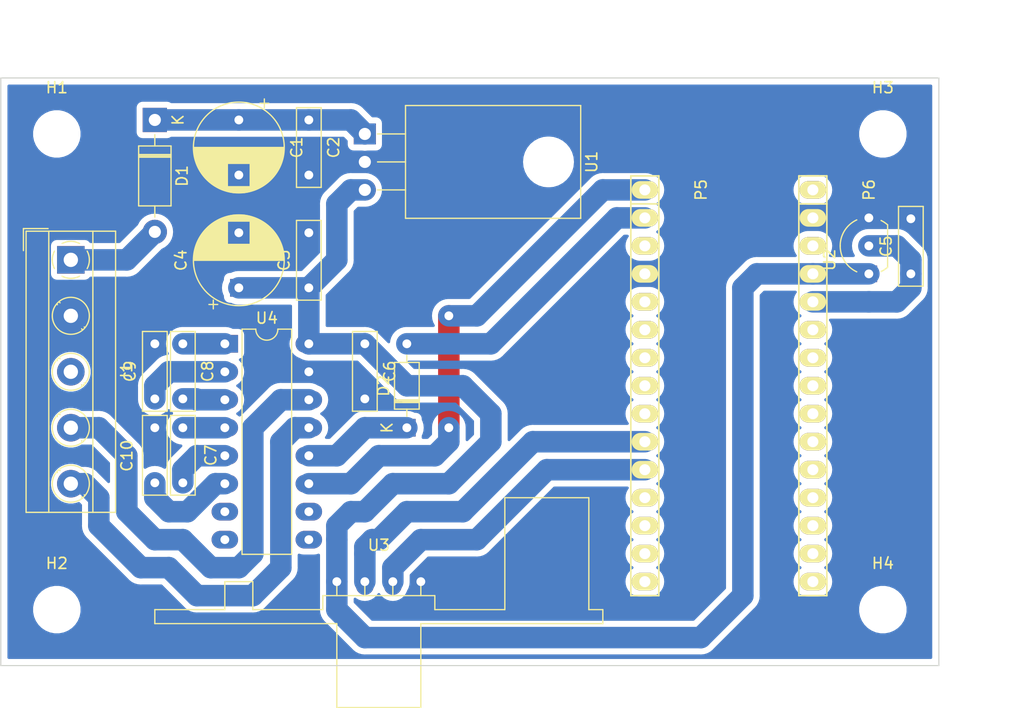
<source format=kicad_pcb>
(kicad_pcb (version 20171130) (host pcbnew "(5.1.4)-1")

  (general
    (thickness 1.6)
    (drawings 6)
    (tracks 162)
    (zones 0)
    (modules 23)
    (nets 46)
  )

  (page A4)
  (title_block
    (date "jeu. 02 avril 2015")
  )

  (layers
    (0 F.Cu signal)
    (31 B.Cu signal)
    (32 B.Adhes user)
    (33 F.Adhes user)
    (34 B.Paste user)
    (35 F.Paste user)
    (36 B.SilkS user)
    (37 F.SilkS user)
    (38 B.Mask user)
    (39 F.Mask user)
    (40 Dwgs.User user)
    (41 Cmts.User user)
    (42 Eco1.User user)
    (43 Eco2.User user)
    (44 Edge.Cuts user)
    (45 Margin user)
    (46 B.CrtYd user)
    (47 F.CrtYd user)
    (48 B.Fab user)
    (49 F.Fab user)
  )

  (setup
    (last_trace_width 1.95)
    (trace_clearance 0.2)
    (zone_clearance 0.55)
    (zone_45_only no)
    (trace_min 0.2)
    (via_size 1.6)
    (via_drill 0.8)
    (via_min_size 0.4)
    (via_min_drill 0.3)
    (uvia_size 0.3)
    (uvia_drill 0.1)
    (uvias_allowed no)
    (uvia_min_size 0.2)
    (uvia_min_drill 0.1)
    (edge_width 0.1)
    (segment_width 0.15)
    (pcb_text_width 0.3)
    (pcb_text_size 1.5 1.5)
    (mod_edge_width 0.15)
    (mod_text_size 1 1)
    (mod_text_width 0.15)
    (pad_size 1.5 1.5)
    (pad_drill 0.6)
    (pad_to_mask_clearance 0)
    (aux_axis_origin 68.58 104.14)
    (grid_origin 68.58 104.14)
    (visible_elements 7FFFFFFF)
    (pcbplotparams
      (layerselection 0x010e0_ffffffff)
      (usegerberextensions false)
      (usegerberattributes false)
      (usegerberadvancedattributes false)
      (creategerberjobfile false)
      (excludeedgelayer true)
      (linewidth 0.100000)
      (plotframeref false)
      (viasonmask false)
      (mode 1)
      (useauxorigin false)
      (hpglpennumber 1)
      (hpglpenspeed 20)
      (hpglpendiameter 15.000000)
      (psnegative false)
      (psa4output false)
      (plotreference true)
      (plotvalue true)
      (plotinvisibletext false)
      (padsonsilk false)
      (subtractmaskfromsilk false)
      (outputformat 1)
      (mirror false)
      (drillshape 0)
      (scaleselection 1)
      (outputdirectory "plot_files/"))
  )

  (net 0 "")
  (net 1 "/1(Tx)")
  (net 2 "/0(Rx)")
  (net 3 GND)
  (net 4 /7)
  (net 5 /8)
  (net 6 +5V)
  (net 7 /A7)
  (net 8 /Vin_raw)
  (net 9 "Net-(C7-Pad2)")
  (net 10 "Net-(C7-Pad1)")
  (net 11 "Net-(C8-Pad2)")
  (net 12 "Net-(C8-Pad1)")
  (net 13 "Net-(C9-Pad1)")
  (net 14 "Net-(C10-Pad1)")
  (net 15 /Vin_connector)
  (net 16 "Net-(D2-Pad1)")
  (net 17 /RXD_connector)
  (net 18 /TXD_connector)
  (net 19 "Net-(U4-Pad8)")
  (net 20 "Net-(U4-Pad10)")
  (net 21 "Net-(U4-Pad9)")
  (net 22 "Net-(U4-Pad7)")
  (net 23 "Net-(J1-Pad3)")
  (net 24 "/12(MISO)")
  (net 25 "/11(**/MOSI)")
  (net 26 "/10(**/SS)")
  (net 27 "/9(**)")
  (net 28 "/6(**)")
  (net 29 "/5(**)")
  (net 30 /4)
  (net 31 "/3(**)")
  (net 32 /2)
  (net 33 /Reset)
  (net 34 "/13(SCK)")
  (net 35 "Net-(P6-Pad14)")
  (net 36 /AREF)
  (net 37 /A0)
  (net 38 /A1)
  (net 39 /A2)
  (net 40 /A3)
  (net 41 /A4)
  (net 42 /A5)
  (net 43 /A6)
  (net 44 "Net-(P6-Pad3)")
  (net 45 "Net-(P6-Pad1)")

  (net_class Default "This is the default net class."
    (clearance 0.2)
    (trace_width 1.95)
    (via_dia 1.6)
    (via_drill 0.8)
    (uvia_dia 0.3)
    (uvia_drill 0.1)
    (add_net +5V)
    (add_net "/0(Rx)")
    (add_net "/1(Tx)")
    (add_net "/10(**/SS)")
    (add_net "/11(**/MOSI)")
    (add_net "/12(MISO)")
    (add_net "/13(SCK)")
    (add_net /2)
    (add_net "/3(**)")
    (add_net /4)
    (add_net "/5(**)")
    (add_net "/6(**)")
    (add_net /7)
    (add_net /8)
    (add_net "/9(**)")
    (add_net /A0)
    (add_net /A1)
    (add_net /A2)
    (add_net /A3)
    (add_net /A4)
    (add_net /A5)
    (add_net /A6)
    (add_net /A7)
    (add_net /AREF)
    (add_net /RXD_connector)
    (add_net /Reset)
    (add_net /TXD_connector)
    (add_net /Vin_connector)
    (add_net /Vin_raw)
    (add_net GND)
    (add_net "Net-(C10-Pad1)")
    (add_net "Net-(C7-Pad1)")
    (add_net "Net-(C7-Pad2)")
    (add_net "Net-(C8-Pad1)")
    (add_net "Net-(C8-Pad2)")
    (add_net "Net-(C9-Pad1)")
    (add_net "Net-(D2-Pad1)")
    (add_net "Net-(J1-Pad3)")
    (add_net "Net-(P6-Pad1)")
    (add_net "Net-(P6-Pad14)")
    (add_net "Net-(P6-Pad3)")
    (add_net "Net-(U4-Pad10)")
    (add_net "Net-(U4-Pad7)")
    (add_net "Net-(U4-Pad8)")
    (add_net "Net-(U4-Pad9)")
  )

  (module Package_TO_SOT_THT:TO-92L_Inline_Wide (layer F.Cu) (tedit 5A11996A) (tstamp 5ECA39D7)
    (at 147.32 68.58 90)
    (descr "TO-92L leads in-line (large body variant of TO-92), also known as TO-226, wide, drill 0.75mm (see https://www.diodes.com/assets/Package-Files/TO92L.pdf and http://www.ti.com/lit/an/snoa059/snoa059.pdf)")
    (tags "TO-92L Inline Wide transistor")
    (path /5E55882E)
    (fp_text reference U2 (at 1.27 -3.56 90) (layer F.SilkS)
      (effects (font (size 1 1) (thickness 0.15)))
    )
    (fp_text value TMP36 (at 1.27 2.79 90) (layer F.Fab)
      (effects (font (size 1 1) (thickness 0.15)))
    )
    (fp_arc (start 2.54 0) (end 4.45 1.7) (angle -15.88591585) (layer F.SilkS) (width 0.12))
    (fp_arc (start 2.54 0) (end 2.54 -2.48) (angle -130.2499344) (layer F.Fab) (width 0.1))
    (fp_arc (start 2.54 0) (end 2.54 -2.48) (angle 129.9527847) (layer F.Fab) (width 0.1))
    (fp_arc (start 2.54 0) (end 2.54 -2.6) (angle 65) (layer F.SilkS) (width 0.12))
    (fp_arc (start 2.54 0) (end 2.54 -2.6) (angle -65) (layer F.SilkS) (width 0.12))
    (fp_arc (start 2.54 0) (end 0.6 1.7) (angle 15.44288892) (layer F.SilkS) (width 0.12))
    (fp_line (start 6.1 1.85) (end -1 1.85) (layer F.CrtYd) (width 0.05))
    (fp_line (start 6.1 1.85) (end 6.1 -2.75) (layer F.CrtYd) (width 0.05))
    (fp_line (start -1 -2.75) (end -1 1.85) (layer F.CrtYd) (width 0.05))
    (fp_line (start -1 -2.75) (end 6.1 -2.75) (layer F.CrtYd) (width 0.05))
    (fp_line (start 0.65 1.6) (end 4.4 1.6) (layer F.Fab) (width 0.1))
    (fp_line (start 0.6 1.7) (end 4.45 1.7) (layer F.SilkS) (width 0.12))
    (fp_text user %R (at 1.27 -3.56 90) (layer F.Fab)
      (effects (font (size 1 1) (thickness 0.15)))
    )
    (pad 1 thru_hole rect (at 0 0 180) (size 1.5 1.5) (drill 0.8) (layers *.Cu *.Mask)
      (net 6 +5V))
    (pad 3 thru_hole circle (at 5.08 0 180) (size 1.5 1.5) (drill 0.8) (layers *.Cu *.Mask)
      (net 3 GND))
    (pad 2 thru_hole circle (at 2.54 0 180) (size 1.5 1.5) (drill 0.8) (layers *.Cu *.Mask)
      (net 7 /A7))
    (model ${KISYS3DMOD}/Package_TO_SOT_THT.3dshapes/TO-92L_Inline_Wide.wrl
      (at (xyz 0 0 0))
      (scale (xyz 1 1 1))
      (rotate (xyz 0 0 0))
    )
  )

  (module MyFootprints:Socket_Strip_Arduino_1x15 locked (layer F.Cu) (tedit 5E5E791F) (tstamp 5ECA68CD)
    (at 142.24 60.96 270)
    (descr "Through hole socket strip")
    (tags "socket strip")
    (path /56D740C7)
    (fp_text reference P6 (at 0 -5.1 90) (layer F.SilkS)
      (effects (font (size 1 1) (thickness 0.15)))
    )
    (fp_text value Analog (at 0 -3.1 90) (layer F.Fab)
      (effects (font (size 1 1) (thickness 0.15)))
    )
    (fp_line (start 1.27 1.27) (end 1.27 -1.27) (layer F.SilkS) (width 0.15))
    (fp_line (start 36.83 1.27) (end 1.27 1.27) (layer F.SilkS) (width 0.15))
    (fp_line (start 36.83 -1.27) (end 36.83 1.27) (layer F.SilkS) (width 0.15))
    (fp_line (start 1.27 -1.27) (end 36.83 -1.27) (layer F.SilkS) (width 0.15))
    (fp_line (start -1.75 1.75) (end 37.35 1.75) (layer F.CrtYd) (width 0.05))
    (fp_line (start -1.75 -1.75) (end 37.35 -1.75) (layer F.CrtYd) (width 0.05))
    (fp_line (start 37.35 -1.75) (end 37.35 1.75) (layer F.CrtYd) (width 0.05))
    (fp_line (start -1.75 -1.75) (end -1.75 1.75) (layer F.CrtYd) (width 0.05))
    (fp_line (start -1.27 1.27) (end 1.27 1.27) (layer F.SilkS) (width 0.15))
    (fp_line (start -1.27 -1.27) (end -1.27 1.27) (layer F.SilkS) (width 0.15))
    (fp_line (start 1.27 -1.27) (end -1.27 -1.27) (layer F.SilkS) (width 0.15))
    (pad 15 thru_hole oval (at 35.56 0 270) (size 1.6 2.4) (drill 1) (layers *.Cu *.Mask F.SilkS)
      (net 34 "/13(SCK)"))
    (pad 14 thru_hole oval (at 33.02 0 270) (size 1.6 2.4) (drill 1) (layers *.Cu *.Mask F.SilkS)
      (net 35 "Net-(P6-Pad14)"))
    (pad 13 thru_hole oval (at 30.48 0 270) (size 1.6 2.4) (drill 1) (layers *.Cu *.Mask F.SilkS)
      (net 36 /AREF))
    (pad 12 thru_hole oval (at 27.94 0 270) (size 1.6 2.4) (drill 1) (layers *.Cu *.Mask F.SilkS)
      (net 37 /A0))
    (pad 11 thru_hole oval (at 25.4 0 270) (size 1.6 2.4) (drill 1) (layers *.Cu *.Mask F.SilkS)
      (net 38 /A1))
    (pad 10 thru_hole oval (at 22.86 0 270) (size 1.6 2.4) (drill 1) (layers *.Cu *.Mask F.SilkS)
      (net 39 /A2))
    (pad 9 thru_hole oval (at 20.32 0 270) (size 1.6 2.4) (drill 1) (layers *.Cu *.Mask F.SilkS)
      (net 40 /A3))
    (pad 8 thru_hole oval (at 17.78 0 270) (size 1.6 2.4) (drill 1) (layers *.Cu *.Mask F.SilkS)
      (net 41 /A4))
    (pad 7 thru_hole oval (at 15.24 0 270) (size 1.6 2.4) (drill 1) (layers *.Cu *.Mask F.SilkS)
      (net 42 /A5))
    (pad 6 thru_hole oval (at 12.7 0 270) (size 1.6 2.4) (drill 1) (layers *.Cu *.Mask F.SilkS)
      (net 43 /A6))
    (pad 5 thru_hole oval (at 10.16 0 270) (size 1.6 2.4) (drill 1) (layers *.Cu *.Mask F.SilkS)
      (net 7 /A7))
    (pad 4 thru_hole oval (at 7.62 0 270) (size 1.6 2.4) (drill 1) (layers *.Cu *.Mask F.SilkS)
      (net 6 +5V))
    (pad 3 thru_hole oval (at 5.08 0 270) (size 1.6 2.4) (drill 1) (layers *.Cu *.Mask F.SilkS)
      (net 44 "Net-(P6-Pad3)"))
    (pad 2 thru_hole oval (at 2.54 0 270) (size 1.6 2.4) (drill 1) (layers *.Cu *.Mask F.SilkS)
      (net 3 GND))
    (pad 1 thru_hole oval (at 0 0 270) (size 1.6 2.4) (drill 1) (layers *.Cu *.Mask F.SilkS)
      (net 45 "Net-(P6-Pad1)"))
    (model ${KIPRJMOD}/Socket_Arduino_Nano.3dshapes/Socket_header_Arduino_1x15.wrl
      (offset (xyz 17.77999973297119 0 0))
      (scale (xyz 1 1 1))
      (rotate (xyz 0 0 180))
    )
  )

  (module MyFootprints:Socket_Strip_Arduino_1x15 locked (layer F.Cu) (tedit 5E5E791F) (tstamp 5ECA68AF)
    (at 127 60.96 270)
    (descr "Through hole socket strip")
    (tags "socket strip")
    (path /56D73FAC)
    (fp_text reference P5 (at 0 -5.1 90) (layer F.SilkS)
      (effects (font (size 1 1) (thickness 0.15)))
    )
    (fp_text value Digital (at 0 -3.1 90) (layer F.Fab)
      (effects (font (size 1 1) (thickness 0.15)))
    )
    (fp_line (start 1.27 1.27) (end 1.27 -1.27) (layer F.SilkS) (width 0.15))
    (fp_line (start 36.83 1.27) (end 1.27 1.27) (layer F.SilkS) (width 0.15))
    (fp_line (start 36.83 -1.27) (end 36.83 1.27) (layer F.SilkS) (width 0.15))
    (fp_line (start 1.27 -1.27) (end 36.83 -1.27) (layer F.SilkS) (width 0.15))
    (fp_line (start -1.75 1.75) (end 37.35 1.75) (layer F.CrtYd) (width 0.05))
    (fp_line (start -1.75 -1.75) (end 37.35 -1.75) (layer F.CrtYd) (width 0.05))
    (fp_line (start 37.35 -1.75) (end 37.35 1.75) (layer F.CrtYd) (width 0.05))
    (fp_line (start -1.75 -1.75) (end -1.75 1.75) (layer F.CrtYd) (width 0.05))
    (fp_line (start -1.27 1.27) (end 1.27 1.27) (layer F.SilkS) (width 0.15))
    (fp_line (start -1.27 -1.27) (end -1.27 1.27) (layer F.SilkS) (width 0.15))
    (fp_line (start 1.27 -1.27) (end -1.27 -1.27) (layer F.SilkS) (width 0.15))
    (pad 15 thru_hole oval (at 35.56 0 270) (size 1.6 2.4) (drill 1) (layers *.Cu *.Mask F.SilkS)
      (net 24 "/12(MISO)"))
    (pad 14 thru_hole oval (at 33.02 0 270) (size 1.6 2.4) (drill 1) (layers *.Cu *.Mask F.SilkS)
      (net 25 "/11(**/MOSI)"))
    (pad 13 thru_hole oval (at 30.48 0 270) (size 1.6 2.4) (drill 1) (layers *.Cu *.Mask F.SilkS)
      (net 26 "/10(**/SS)"))
    (pad 12 thru_hole oval (at 27.94 0 270) (size 1.6 2.4) (drill 1) (layers *.Cu *.Mask F.SilkS)
      (net 27 "/9(**)"))
    (pad 11 thru_hole oval (at 25.4 0 270) (size 1.6 2.4) (drill 1) (layers *.Cu *.Mask F.SilkS)
      (net 5 /8))
    (pad 10 thru_hole oval (at 22.86 0 270) (size 1.6 2.4) (drill 1) (layers *.Cu *.Mask F.SilkS)
      (net 4 /7))
    (pad 9 thru_hole oval (at 20.32 0 270) (size 1.6 2.4) (drill 1) (layers *.Cu *.Mask F.SilkS)
      (net 28 "/6(**)"))
    (pad 8 thru_hole oval (at 17.78 0 270) (size 1.6 2.4) (drill 1) (layers *.Cu *.Mask F.SilkS)
      (net 29 "/5(**)"))
    (pad 7 thru_hole oval (at 15.24 0 270) (size 1.6 2.4) (drill 1) (layers *.Cu *.Mask F.SilkS)
      (net 30 /4))
    (pad 6 thru_hole oval (at 12.7 0 270) (size 1.6 2.4) (drill 1) (layers *.Cu *.Mask F.SilkS)
      (net 31 "/3(**)"))
    (pad 5 thru_hole oval (at 10.16 0 270) (size 1.6 2.4) (drill 1) (layers *.Cu *.Mask F.SilkS)
      (net 32 /2))
    (pad 4 thru_hole oval (at 7.62 0 270) (size 1.6 2.4) (drill 1) (layers *.Cu *.Mask F.SilkS)
      (net 3 GND))
    (pad 3 thru_hole oval (at 5.08 0 270) (size 1.6 2.4) (drill 1) (layers *.Cu *.Mask F.SilkS)
      (net 33 /Reset))
    (pad 2 thru_hole oval (at 2.54 0 270) (size 1.6 2.4) (drill 1) (layers *.Cu *.Mask F.SilkS)
      (net 2 "/0(Rx)"))
    (pad 1 thru_hole oval (at 0 0 270) (size 1.6 2.4) (drill 1) (layers *.Cu *.Mask F.SilkS)
      (net 1 "/1(Tx)"))
    (model ${KIPRJMOD}/Socket_Arduino_Nano.3dshapes/Socket_header_Arduino_1x15.wrl
      (offset (xyz 17.77999973297119 0 0))
      (scale (xyz 1 1 1))
      (rotate (xyz 0 0 180))
    )
  )

  (module MyFootprints:JSN-SR04T-2.0-Vertical (layer F.Cu) (tedit 5E5E7D98) (tstamp 5E599F39)
    (at 102.87 92.71)
    (path /5E558C07)
    (fp_text reference U3 (at 0 0.5) (layer F.SilkS)
      (effects (font (size 1 1) (thickness 0.15)))
    )
    (fp_text value JSN-SR04T-2.0 (at 0 -0.5) (layer F.Fab)
      (effects (font (size 1 1) (thickness 0.15)))
    )
    (fp_line (start -20.32 7.62) (end -20.32 2.54) (layer F.CrtYd) (width 0.12))
    (fp_line (start -3.81 7.62) (end -20.32 7.62) (layer F.CrtYd) (width 0.12))
    (fp_line (start -3.81 15.24) (end -3.81 7.62) (layer F.CrtYd) (width 0.12))
    (fp_line (start 3.81 15.24) (end -3.81 15.24) (layer F.CrtYd) (width 0.12))
    (fp_line (start 3.81 8.89) (end 3.81 15.24) (layer F.CrtYd) (width 0.12))
    (fp_line (start 20.32 8.89) (end 3.81 8.89) (layer F.CrtYd) (width 0.12))
    (fp_line (start 20.32 -5.08) (end 20.32 8.89) (layer F.CrtYd) (width 0.12))
    (fp_line (start 10.16 -5.08) (end 20.32 -5.08) (layer F.CrtYd) (width 0.12))
    (fp_line (start 10.16 2.54) (end 10.16 -5.08) (layer F.CrtYd) (width 0.12))
    (fp_line (start -20.32 2.54) (end 10.16 2.54) (layer F.CrtYd) (width 0.12))
    (fp_line (start 3.81 3.81) (end 3.81 5.08) (layer F.SilkS) (width 0.12))
    (fp_line (start 1.27 3.81) (end 1.27 5.08) (layer F.SilkS) (width 0.12))
    (fp_line (start -1.27 3.81) (end -1.27 5.08) (layer F.SilkS) (width 0.12))
    (fp_line (start -3.81 3.81) (end -3.81 5.08) (layer F.SilkS) (width 0.12))
    (fp_line (start -13.97 3.81) (end -13.97 6.35) (layer F.SilkS) (width 0.12))
    (fp_line (start -11.43 3.81) (end -13.97 3.81) (layer F.SilkS) (width 0.12))
    (fp_line (start -11.43 6.35) (end -11.43 3.81) (layer F.SilkS) (width 0.12))
    (fp_line (start -5.08 6.35) (end -11.43 6.35) (layer F.SilkS) (width 0.12))
    (fp_line (start -20.32 7.62) (end -20.32 6.35) (layer F.SilkS) (width 0.12))
    (fp_line (start -3.81 7.62) (end -20.32 7.62) (layer F.SilkS) (width 0.12))
    (fp_line (start -3.81 15.24) (end -3.81 7.62) (layer F.SilkS) (width 0.12))
    (fp_line (start 3.81 15.24) (end -3.81 15.24) (layer F.SilkS) (width 0.12))
    (fp_line (start 3.81 7.62) (end 3.81 15.24) (layer F.SilkS) (width 0.12))
    (fp_line (start 20.32 7.62) (end 3.81 7.62) (layer F.SilkS) (width 0.12))
    (fp_line (start 20.32 6.35) (end 20.32 7.62) (layer F.SilkS) (width 0.12))
    (fp_line (start 19.05 6.35) (end 20.32 6.35) (layer F.SilkS) (width 0.12))
    (fp_line (start 19.05 -3.81) (end 19.05 6.35) (layer F.SilkS) (width 0.12))
    (fp_line (start 11.43 -3.81) (end 19.05 -3.81) (layer F.SilkS) (width 0.12))
    (fp_line (start 11.43 6.35) (end 11.43 -3.81) (layer F.SilkS) (width 0.12))
    (fp_line (start 5.08 6.35) (end 11.43 6.35) (layer F.SilkS) (width 0.12))
    (fp_line (start 5.08 5.08) (end 5.08 6.35) (layer F.SilkS) (width 0.12))
    (fp_line (start -5.08 5.08) (end 5.08 5.08) (layer F.SilkS) (width 0.12))
    (fp_line (start -5.08 6.35) (end -5.08 5.08) (layer F.SilkS) (width 0.12))
    (fp_line (start -20.32 6.35) (end -13.97 6.35) (layer F.SilkS) (width 0.12))
    (pad 4 thru_hole oval (at 3.81 3.81 90) (size 2.4 1.6) (drill 0.8) (layers *.Cu *.Mask)
      (net 3 GND))
    (pad 3 thru_hole oval (at 1.27 3.81 90) (size 2.4 1.6) (drill 0.8) (layers *.Cu *.Mask)
      (net 5 /8))
    (pad 2 thru_hole oval (at -1.27 3.81 90) (size 2.4 1.6) (drill 0.8) (layers *.Cu *.Mask)
      (net 4 /7))
    (pad 1 thru_hole oval (at -3.81 3.81 90) (size 2.4 1.6) (drill 0.8) (layers *.Cu *.Mask)
      (net 6 +5V))
  )

  (module TerminalBlock_MetzConnect:TerminalBlock_MetzConnect_Type101_RT01605HBWC_1x05_P5.08mm_Horizontal (layer F.Cu) (tedit 5B294E9F) (tstamp 5ECA9B3D)
    (at 74.93 67.31 270)
    (descr "terminal block Metz Connect Type101_RT01605HBWC, 5 pins, pitch 5.08mm, size 25.4x8mm^2, drill diamater 1.3mm, pad diameter 2.5mm, see http://www.metz-connect.com/de/system/files/productfiles/Datenblatt_311011_RT016xxHBWC_OFF-022771S.pdf, script-generated using https://github.com/pointhi/kicad-footprint-generator/scripts/TerminalBlock_MetzConnect")
    (tags "THT terminal block Metz Connect Type101_RT01605HBWC pitch 5.08mm size 25.4x8mm^2 drill 1.3mm pad 2.5mm")
    (path /5E528841)
    (fp_text reference J1 (at 10.16 -5.06 90) (layer F.SilkS)
      (effects (font (size 1 1) (thickness 0.15)))
    )
    (fp_text value Screw_Terminal_01x05 (at 10.16 5.06 90) (layer F.Fab)
      (effects (font (size 1 1) (thickness 0.15)))
    )
    (fp_text user %R (at 10.16 3 90) (layer F.Fab)
      (effects (font (size 1 1) (thickness 0.15)))
    )
    (fp_line (start 23.36 -4.5) (end -3.04 -4.5) (layer F.CrtYd) (width 0.05))
    (fp_line (start 23.36 4.5) (end 23.36 -4.5) (layer F.CrtYd) (width 0.05))
    (fp_line (start -3.04 4.5) (end 23.36 4.5) (layer F.CrtYd) (width 0.05))
    (fp_line (start -3.04 -4.5) (end -3.04 4.5) (layer F.CrtYd) (width 0.05))
    (fp_line (start -2.84 4.3) (end -0.84 4.3) (layer F.SilkS) (width 0.12))
    (fp_line (start -2.84 2.06) (end -2.84 4.3) (layer F.SilkS) (width 0.12))
    (fp_line (start 19.14 0.976) (end 19.046 1.069) (layer F.SilkS) (width 0.12))
    (fp_line (start 21.39 -1.275) (end 21.331 -1.216) (layer F.SilkS) (width 0.12))
    (fp_line (start 19.31 1.216) (end 19.251 1.274) (layer F.SilkS) (width 0.12))
    (fp_line (start 21.595 -1.069) (end 21.501 -0.976) (layer F.SilkS) (width 0.12))
    (fp_line (start 21.275 -1.138) (end 19.183 0.955) (layer F.Fab) (width 0.1))
    (fp_line (start 21.458 -0.955) (end 19.366 1.138) (layer F.Fab) (width 0.1))
    (fp_line (start 14.06 0.976) (end 13.966 1.069) (layer F.SilkS) (width 0.12))
    (fp_line (start 16.31 -1.275) (end 16.251 -1.216) (layer F.SilkS) (width 0.12))
    (fp_line (start 14.23 1.216) (end 14.171 1.274) (layer F.SilkS) (width 0.12))
    (fp_line (start 16.515 -1.069) (end 16.421 -0.976) (layer F.SilkS) (width 0.12))
    (fp_line (start 16.195 -1.138) (end 14.103 0.955) (layer F.Fab) (width 0.1))
    (fp_line (start 16.378 -0.955) (end 14.286 1.138) (layer F.Fab) (width 0.1))
    (fp_line (start 8.98 0.976) (end 8.886 1.069) (layer F.SilkS) (width 0.12))
    (fp_line (start 11.23 -1.275) (end 11.171 -1.216) (layer F.SilkS) (width 0.12))
    (fp_line (start 9.15 1.216) (end 9.091 1.274) (layer F.SilkS) (width 0.12))
    (fp_line (start 11.435 -1.069) (end 11.341 -0.976) (layer F.SilkS) (width 0.12))
    (fp_line (start 11.115 -1.138) (end 9.023 0.955) (layer F.Fab) (width 0.1))
    (fp_line (start 11.298 -0.955) (end 9.206 1.138) (layer F.Fab) (width 0.1))
    (fp_line (start 3.9 0.976) (end 3.806 1.069) (layer F.SilkS) (width 0.12))
    (fp_line (start 6.15 -1.275) (end 6.091 -1.216) (layer F.SilkS) (width 0.12))
    (fp_line (start 4.07 1.216) (end 4.011 1.274) (layer F.SilkS) (width 0.12))
    (fp_line (start 6.355 -1.069) (end 6.261 -0.976) (layer F.SilkS) (width 0.12))
    (fp_line (start 6.035 -1.138) (end 3.943 0.955) (layer F.Fab) (width 0.1))
    (fp_line (start 6.218 -0.955) (end 4.126 1.138) (layer F.Fab) (width 0.1))
    (fp_line (start 0.955 -1.138) (end -1.138 0.955) (layer F.Fab) (width 0.1))
    (fp_line (start 1.138 -0.955) (end -0.955 1.138) (layer F.Fab) (width 0.1))
    (fp_line (start 22.92 -4.06) (end 22.92 4.06) (layer F.SilkS) (width 0.12))
    (fp_line (start -2.6 -4.06) (end -2.6 4.06) (layer F.SilkS) (width 0.12))
    (fp_line (start -2.6 4.06) (end 22.92 4.06) (layer F.SilkS) (width 0.12))
    (fp_line (start -2.6 -4.06) (end 22.92 -4.06) (layer F.SilkS) (width 0.12))
    (fp_line (start -2.6 -2) (end 22.92 -2) (layer F.SilkS) (width 0.12))
    (fp_line (start -2.54 -2) (end 22.86 -2) (layer F.Fab) (width 0.1))
    (fp_line (start -2.6 2) (end 22.92 2) (layer F.SilkS) (width 0.12))
    (fp_line (start -2.54 2) (end 22.86 2) (layer F.Fab) (width 0.1))
    (fp_line (start -2.54 2) (end -2.54 -4) (layer F.Fab) (width 0.1))
    (fp_line (start -0.54 4) (end -2.54 2) (layer F.Fab) (width 0.1))
    (fp_line (start 22.86 4) (end -0.54 4) (layer F.Fab) (width 0.1))
    (fp_line (start 22.86 -4) (end 22.86 4) (layer F.Fab) (width 0.1))
    (fp_line (start -2.54 -4) (end 22.86 -4) (layer F.Fab) (width 0.1))
    (fp_circle (center 20.32 0) (end 22 0) (layer F.SilkS) (width 0.12))
    (fp_circle (center 20.32 0) (end 21.82 0) (layer F.Fab) (width 0.1))
    (fp_circle (center 15.24 0) (end 16.92 0) (layer F.SilkS) (width 0.12))
    (fp_circle (center 15.24 0) (end 16.74 0) (layer F.Fab) (width 0.1))
    (fp_circle (center 10.16 0) (end 11.84 0) (layer F.SilkS) (width 0.12))
    (fp_circle (center 10.16 0) (end 11.66 0) (layer F.Fab) (width 0.1))
    (fp_circle (center 5.08 0) (end 6.76 0) (layer F.SilkS) (width 0.12))
    (fp_circle (center 5.08 0) (end 6.58 0) (layer F.Fab) (width 0.1))
    (fp_circle (center 0 0) (end 1.5 0) (layer F.Fab) (width 0.1))
    (fp_arc (start 0 0) (end -0.789 1.484) (angle -29) (layer F.SilkS) (width 0.12))
    (fp_arc (start 0 0) (end -1.484 -0.789) (angle -56) (layer F.SilkS) (width 0.12))
    (fp_arc (start 0 0) (end 0.789 -1.484) (angle -56) (layer F.SilkS) (width 0.12))
    (fp_arc (start 0 0) (end 1.484 0.789) (angle -56) (layer F.SilkS) (width 0.12))
    (fp_arc (start 0 0) (end 0 1.68) (angle -28) (layer F.SilkS) (width 0.12))
    (pad 5 thru_hole circle (at 20.32 0 270) (size 2.5 2.5) (drill 1.3) (layers *.Cu *.Mask)
      (net 17 /RXD_connector))
    (pad 4 thru_hole circle (at 15.24 0 270) (size 2.5 2.5) (drill 1.3) (layers *.Cu *.Mask)
      (net 18 /TXD_connector))
    (pad 3 thru_hole circle (at 10.16 0 270) (size 2.5 2.5) (drill 1.3) (layers *.Cu *.Mask)
      (net 23 "Net-(J1-Pad3)"))
    (pad 2 thru_hole circle (at 5.08 0 270) (size 2.5 2.5) (drill 1.3) (layers *.Cu *.Mask)
      (net 3 GND))
    (pad 1 thru_hole rect (at 0 0 270) (size 2.5 2.5) (drill 1.3) (layers *.Cu *.Mask)
      (net 15 /Vin_connector))
    (model ${KISYS3DMOD}/TerminalBlock_MetzConnect.3dshapes/TerminalBlock_MetzConnect_Type101_RT01605HBWC_1x05_P5.08mm_Horizontal.wrl
      (at (xyz 0 0 0))
      (scale (xyz 1 1 1))
      (rotate (xyz 0 0 0))
    )
  )

  (module MountingHole:MountingHole_3.2mm_M3 (layer F.Cu) (tedit 56D1B4CB) (tstamp 5E5AAE5F)
    (at 148.59 99.06)
    (descr "Mounting Hole 3.2mm, no annular, M3")
    (tags "mounting hole 3.2mm no annular m3")
    (path /5E5B7762)
    (attr virtual)
    (fp_text reference H4 (at 0 -4.2) (layer F.SilkS)
      (effects (font (size 1 1) (thickness 0.15)))
    )
    (fp_text value MountingHole (at 0 4.2) (layer F.Fab)
      (effects (font (size 1 1) (thickness 0.15)))
    )
    (fp_circle (center 0 0) (end 3.45 0) (layer F.CrtYd) (width 0.05))
    (fp_circle (center 0 0) (end 3.2 0) (layer Cmts.User) (width 0.15))
    (fp_text user %R (at 0.3 0) (layer F.Fab)
      (effects (font (size 1 1) (thickness 0.15)))
    )
    (pad 1 np_thru_hole circle (at 0 0) (size 3.2 3.2) (drill 3.2) (layers *.Cu *.Mask))
  )

  (module MountingHole:MountingHole_3.2mm_M3 (layer F.Cu) (tedit 56D1B4CB) (tstamp 5E5AAE57)
    (at 148.59 55.88)
    (descr "Mounting Hole 3.2mm, no annular, M3")
    (tags "mounting hole 3.2mm no annular m3")
    (path /5E5B6F64)
    (attr virtual)
    (fp_text reference H3 (at 0 -4.2) (layer F.SilkS)
      (effects (font (size 1 1) (thickness 0.15)))
    )
    (fp_text value MountingHole (at 0 4.2) (layer F.Fab)
      (effects (font (size 1 1) (thickness 0.15)))
    )
    (fp_circle (center 0 0) (end 3.45 0) (layer F.CrtYd) (width 0.05))
    (fp_circle (center 0 0) (end 3.2 0) (layer Cmts.User) (width 0.15))
    (fp_text user %R (at 0.3 0) (layer F.Fab)
      (effects (font (size 1 1) (thickness 0.15)))
    )
    (pad 1 np_thru_hole circle (at 0 0) (size 3.2 3.2) (drill 3.2) (layers *.Cu *.Mask))
  )

  (module MountingHole:MountingHole_3.2mm_M3 (layer F.Cu) (tedit 56D1B4CB) (tstamp 5ECAA7EB)
    (at 73.66 99.06)
    (descr "Mounting Hole 3.2mm, no annular, M3")
    (tags "mounting hole 3.2mm no annular m3")
    (path /5E5B6257)
    (attr virtual)
    (fp_text reference H2 (at 0 -4.2) (layer F.SilkS)
      (effects (font (size 1 1) (thickness 0.15)))
    )
    (fp_text value MountingHole (at 0 4.2) (layer F.Fab)
      (effects (font (size 1 1) (thickness 0.15)))
    )
    (fp_circle (center 0 0) (end 3.45 0) (layer F.CrtYd) (width 0.05))
    (fp_circle (center 0 0) (end 3.2 0) (layer Cmts.User) (width 0.15))
    (fp_text user %R (at 0.3 0) (layer F.Fab)
      (effects (font (size 1 1) (thickness 0.15)))
    )
    (pad 1 np_thru_hole circle (at 0 0) (size 3.2 3.2) (drill 3.2) (layers *.Cu *.Mask))
  )

  (module MountingHole:MountingHole_3.2mm_M3 (layer F.Cu) (tedit 56D1B4CB) (tstamp 5E5AAE47)
    (at 73.66 55.88)
    (descr "Mounting Hole 3.2mm, no annular, M3")
    (tags "mounting hole 3.2mm no annular m3")
    (path /5E5B5B7F)
    (attr virtual)
    (fp_text reference H1 (at 0 -4.2) (layer F.SilkS)
      (effects (font (size 1 1) (thickness 0.15)))
    )
    (fp_text value MountingHole (at 0 4.2) (layer F.Fab)
      (effects (font (size 1 1) (thickness 0.15)))
    )
    (fp_circle (center 0 0) (end 3.45 0) (layer F.CrtYd) (width 0.05))
    (fp_circle (center 0 0) (end 3.2 0) (layer Cmts.User) (width 0.15))
    (fp_text user %R (at 0.3 0) (layer F.Fab)
      (effects (font (size 1 1) (thickness 0.15)))
    )
    (pad 1 np_thru_hole circle (at 0 0) (size 3.2 3.2) (drill 3.2) (layers *.Cu *.Mask))
  )

  (module Package_DIP:DIP-16_W7.62mm_LongPads (layer F.Cu) (tedit 5A02E8C5) (tstamp 5E5990C2)
    (at 88.9 74.93)
    (descr "16-lead though-hole mounted DIP package, row spacing 7.62 mm (300 mils), LongPads")
    (tags "THT DIP DIL PDIP 2.54mm 7.62mm 300mil LongPads")
    (path /5E559341)
    (fp_text reference U4 (at 3.81 -2.33) (layer F.SilkS)
      (effects (font (size 1 1) (thickness 0.15)))
    )
    (fp_text value MAX3232 (at 3.81 20.11) (layer F.Fab)
      (effects (font (size 1 1) (thickness 0.15)))
    )
    (fp_text user %R (at 3.81 8.89) (layer F.Fab)
      (effects (font (size 1 1) (thickness 0.15)))
    )
    (fp_line (start 9.1 -1.55) (end -1.45 -1.55) (layer F.CrtYd) (width 0.05))
    (fp_line (start 9.1 19.3) (end 9.1 -1.55) (layer F.CrtYd) (width 0.05))
    (fp_line (start -1.45 19.3) (end 9.1 19.3) (layer F.CrtYd) (width 0.05))
    (fp_line (start -1.45 -1.55) (end -1.45 19.3) (layer F.CrtYd) (width 0.05))
    (fp_line (start 6.06 -1.33) (end 4.81 -1.33) (layer F.SilkS) (width 0.12))
    (fp_line (start 6.06 19.11) (end 6.06 -1.33) (layer F.SilkS) (width 0.12))
    (fp_line (start 1.56 19.11) (end 6.06 19.11) (layer F.SilkS) (width 0.12))
    (fp_line (start 1.56 -1.33) (end 1.56 19.11) (layer F.SilkS) (width 0.12))
    (fp_line (start 2.81 -1.33) (end 1.56 -1.33) (layer F.SilkS) (width 0.12))
    (fp_line (start 0.635 -0.27) (end 1.635 -1.27) (layer F.Fab) (width 0.1))
    (fp_line (start 0.635 19.05) (end 0.635 -0.27) (layer F.Fab) (width 0.1))
    (fp_line (start 6.985 19.05) (end 0.635 19.05) (layer F.Fab) (width 0.1))
    (fp_line (start 6.985 -1.27) (end 6.985 19.05) (layer F.Fab) (width 0.1))
    (fp_line (start 1.635 -1.27) (end 6.985 -1.27) (layer F.Fab) (width 0.1))
    (fp_arc (start 3.81 -1.33) (end 2.81 -1.33) (angle -180) (layer F.SilkS) (width 0.12))
    (pad 16 thru_hole oval (at 7.62 0) (size 2.4 1.6) (drill 0.8) (layers *.Cu *.Mask)
      (net 6 +5V))
    (pad 8 thru_hole oval (at 0 17.78) (size 2.4 1.6) (drill 0.8) (layers *.Cu *.Mask)
      (net 19 "Net-(U4-Pad8)"))
    (pad 15 thru_hole oval (at 7.62 2.54) (size 2.4 1.6) (drill 0.8) (layers *.Cu *.Mask)
      (net 3 GND))
    (pad 7 thru_hole oval (at 0 15.24) (size 2.4 1.6) (drill 0.8) (layers *.Cu *.Mask)
      (net 22 "Net-(U4-Pad7)"))
    (pad 14 thru_hole oval (at 7.62 5.08) (size 2.4 1.6) (drill 0.8) (layers *.Cu *.Mask)
      (net 18 /TXD_connector))
    (pad 6 thru_hole oval (at 0 12.7) (size 2.4 1.6) (drill 0.8) (layers *.Cu *.Mask)
      (net 14 "Net-(C10-Pad1)"))
    (pad 13 thru_hole oval (at 7.62 7.62) (size 2.4 1.6) (drill 0.8) (layers *.Cu *.Mask)
      (net 17 /RXD_connector))
    (pad 5 thru_hole oval (at 0 10.16) (size 2.4 1.6) (drill 0.8) (layers *.Cu *.Mask)
      (net 9 "Net-(C7-Pad2)"))
    (pad 12 thru_hole oval (at 7.62 10.16) (size 2.4 1.6) (drill 0.8) (layers *.Cu *.Mask)
      (net 16 "Net-(D2-Pad1)"))
    (pad 4 thru_hole oval (at 0 7.62) (size 2.4 1.6) (drill 0.8) (layers *.Cu *.Mask)
      (net 10 "Net-(C7-Pad1)"))
    (pad 11 thru_hole oval (at 7.62 12.7) (size 2.4 1.6) (drill 0.8) (layers *.Cu *.Mask)
      (net 1 "/1(Tx)"))
    (pad 3 thru_hole oval (at 0 5.08) (size 2.4 1.6) (drill 0.8) (layers *.Cu *.Mask)
      (net 11 "Net-(C8-Pad2)"))
    (pad 10 thru_hole oval (at 7.62 15.24) (size 2.4 1.6) (drill 0.8) (layers *.Cu *.Mask)
      (net 20 "Net-(U4-Pad10)"))
    (pad 2 thru_hole oval (at 0 2.54) (size 2.4 1.6) (drill 0.8) (layers *.Cu *.Mask)
      (net 13 "Net-(C9-Pad1)"))
    (pad 9 thru_hole oval (at 7.62 17.78) (size 2.4 1.6) (drill 0.8) (layers *.Cu *.Mask)
      (net 21 "Net-(U4-Pad9)"))
    (pad 1 thru_hole rect (at 0 0) (size 2.4 1.6) (drill 0.8) (layers *.Cu *.Mask)
      (net 12 "Net-(C8-Pad1)"))
    (model ${KISYS3DMOD}/Package_DIP.3dshapes/DIP-16_W7.62mm.wrl
      (at (xyz 0 0 0))
      (scale (xyz 1 1 1))
      (rotate (xyz 0 0 0))
    )
  )

  (module Package_TO_SOT_THT:TO-220-3_Horizontal_TabDown (layer F.Cu) (tedit 5AC8BA0D) (tstamp 5E59908C)
    (at 101.6 55.88 270)
    (descr "TO-220-3, Horizontal, RM 2.54mm, see https://www.vishay.com/docs/66542/to-220-1.pdf")
    (tags "TO-220-3 Horizontal RM 2.54mm")
    (path /5E55AF5F)
    (fp_text reference U1 (at 2.54 -20.58 90) (layer F.SilkS)
      (effects (font (size 1 1) (thickness 0.15)))
    )
    (fp_text value uA7805 (at 2.54 2 90) (layer F.Fab)
      (effects (font (size 1 1) (thickness 0.15)))
    )
    (fp_text user %R (at 2.54 -20.58 90) (layer F.Fab)
      (effects (font (size 1 1) (thickness 0.15)))
    )
    (fp_line (start 7.79 -19.71) (end -2.71 -19.71) (layer F.CrtYd) (width 0.05))
    (fp_line (start 7.79 1.25) (end 7.79 -19.71) (layer F.CrtYd) (width 0.05))
    (fp_line (start -2.71 1.25) (end 7.79 1.25) (layer F.CrtYd) (width 0.05))
    (fp_line (start -2.71 -19.71) (end -2.71 1.25) (layer F.CrtYd) (width 0.05))
    (fp_line (start 5.08 -3.69) (end 5.08 -1.15) (layer F.SilkS) (width 0.12))
    (fp_line (start 2.54 -3.69) (end 2.54 -1.15) (layer F.SilkS) (width 0.12))
    (fp_line (start 0 -3.69) (end 0 -1.15) (layer F.SilkS) (width 0.12))
    (fp_line (start 7.66 -19.58) (end 7.66 -3.69) (layer F.SilkS) (width 0.12))
    (fp_line (start -2.58 -19.58) (end -2.58 -3.69) (layer F.SilkS) (width 0.12))
    (fp_line (start -2.58 -19.58) (end 7.66 -19.58) (layer F.SilkS) (width 0.12))
    (fp_line (start -2.58 -3.69) (end 7.66 -3.69) (layer F.SilkS) (width 0.12))
    (fp_line (start 5.08 -3.81) (end 5.08 0) (layer F.Fab) (width 0.1))
    (fp_line (start 2.54 -3.81) (end 2.54 0) (layer F.Fab) (width 0.1))
    (fp_line (start 0 -3.81) (end 0 0) (layer F.Fab) (width 0.1))
    (fp_line (start 7.54 -3.81) (end -2.46 -3.81) (layer F.Fab) (width 0.1))
    (fp_line (start 7.54 -13.06) (end 7.54 -3.81) (layer F.Fab) (width 0.1))
    (fp_line (start -2.46 -13.06) (end 7.54 -13.06) (layer F.Fab) (width 0.1))
    (fp_line (start -2.46 -3.81) (end -2.46 -13.06) (layer F.Fab) (width 0.1))
    (fp_line (start 7.54 -13.06) (end -2.46 -13.06) (layer F.Fab) (width 0.1))
    (fp_line (start 7.54 -19.46) (end 7.54 -13.06) (layer F.Fab) (width 0.1))
    (fp_line (start -2.46 -19.46) (end 7.54 -19.46) (layer F.Fab) (width 0.1))
    (fp_line (start -2.46 -13.06) (end -2.46 -19.46) (layer F.Fab) (width 0.1))
    (fp_circle (center 2.54 -16.66) (end 4.39 -16.66) (layer F.Fab) (width 0.1))
    (pad 3 thru_hole oval (at 5.08 0 270) (size 1.905 2) (drill 1.1) (layers *.Cu *.Mask)
      (net 6 +5V))
    (pad 2 thru_hole oval (at 2.54 0 270) (size 1.905 2) (drill 1.1) (layers *.Cu *.Mask)
      (net 3 GND))
    (pad 1 thru_hole rect (at 0 0 270) (size 1.905 2) (drill 1.1) (layers *.Cu *.Mask)
      (net 8 /Vin_raw))
    (pad "" np_thru_hole oval (at 2.54 -16.66 270) (size 3.5 3.5) (drill 3.5) (layers *.Cu *.Mask))
    (model ${KISYS3DMOD}/Package_TO_SOT_THT.3dshapes/TO-220-3_Horizontal_TabDown.wrl
      (at (xyz 0 0 0))
      (scale (xyz 1 1 1))
      (rotate (xyz 0 0 0))
    )
  )

  (module Diode_THT:D_DO-35_SOD27_P7.62mm_Horizontal (layer F.Cu) (tedit 5AE50CD5) (tstamp 5E598FDD)
    (at 105.41 82.55 90)
    (descr "Diode, DO-35_SOD27 series, Axial, Horizontal, pin pitch=7.62mm, , length*diameter=4*2mm^2, , http://www.diodes.com/_files/packages/DO-35.pdf")
    (tags "Diode DO-35_SOD27 series Axial Horizontal pin pitch 7.62mm  length 4mm diameter 2mm")
    (path /5E55C470)
    (fp_text reference D2 (at 3.81 -2.12 90) (layer F.SilkS)
      (effects (font (size 1 1) (thickness 0.15)))
    )
    (fp_text value 1N4148 (at 3.81 2.12 90) (layer F.Fab)
      (effects (font (size 1 1) (thickness 0.15)))
    )
    (fp_text user K (at 0 -1.8 90) (layer F.SilkS)
      (effects (font (size 1 1) (thickness 0.15)))
    )
    (fp_text user K (at 0 -1.8 90) (layer F.Fab)
      (effects (font (size 1 1) (thickness 0.15)))
    )
    (fp_text user %R (at 4.11 0 90) (layer F.Fab)
      (effects (font (size 0.8 0.8) (thickness 0.12)))
    )
    (fp_line (start 8.67 -1.25) (end -1.05 -1.25) (layer F.CrtYd) (width 0.05))
    (fp_line (start 8.67 1.25) (end 8.67 -1.25) (layer F.CrtYd) (width 0.05))
    (fp_line (start -1.05 1.25) (end 8.67 1.25) (layer F.CrtYd) (width 0.05))
    (fp_line (start -1.05 -1.25) (end -1.05 1.25) (layer F.CrtYd) (width 0.05))
    (fp_line (start 2.29 -1.12) (end 2.29 1.12) (layer F.SilkS) (width 0.12))
    (fp_line (start 2.53 -1.12) (end 2.53 1.12) (layer F.SilkS) (width 0.12))
    (fp_line (start 2.41 -1.12) (end 2.41 1.12) (layer F.SilkS) (width 0.12))
    (fp_line (start 6.58 0) (end 5.93 0) (layer F.SilkS) (width 0.12))
    (fp_line (start 1.04 0) (end 1.69 0) (layer F.SilkS) (width 0.12))
    (fp_line (start 5.93 -1.12) (end 1.69 -1.12) (layer F.SilkS) (width 0.12))
    (fp_line (start 5.93 1.12) (end 5.93 -1.12) (layer F.SilkS) (width 0.12))
    (fp_line (start 1.69 1.12) (end 5.93 1.12) (layer F.SilkS) (width 0.12))
    (fp_line (start 1.69 -1.12) (end 1.69 1.12) (layer F.SilkS) (width 0.12))
    (fp_line (start 2.31 -1) (end 2.31 1) (layer F.Fab) (width 0.1))
    (fp_line (start 2.51 -1) (end 2.51 1) (layer F.Fab) (width 0.1))
    (fp_line (start 2.41 -1) (end 2.41 1) (layer F.Fab) (width 0.1))
    (fp_line (start 7.62 0) (end 5.81 0) (layer F.Fab) (width 0.1))
    (fp_line (start 0 0) (end 1.81 0) (layer F.Fab) (width 0.1))
    (fp_line (start 5.81 -1) (end 1.81 -1) (layer F.Fab) (width 0.1))
    (fp_line (start 5.81 1) (end 5.81 -1) (layer F.Fab) (width 0.1))
    (fp_line (start 1.81 1) (end 5.81 1) (layer F.Fab) (width 0.1))
    (fp_line (start 1.81 -1) (end 1.81 1) (layer F.Fab) (width 0.1))
    (pad 2 thru_hole oval (at 7.62 0 90) (size 1.6 1.6) (drill 0.8) (layers *.Cu *.Mask)
      (net 2 "/0(Rx)"))
    (pad 1 thru_hole rect (at 0 0 90) (size 1.6 1.6) (drill 0.8) (layers *.Cu *.Mask)
      (net 16 "Net-(D2-Pad1)"))
    (model ${KISYS3DMOD}/Diode_THT.3dshapes/D_DO-35_SOD27_P7.62mm_Horizontal.wrl
      (at (xyz 0 0 0))
      (scale (xyz 1 1 1))
      (rotate (xyz 0 0 0))
    )
  )

  (module Diode_THT:D_DO-41_SOD81_P10.16mm_Horizontal (layer F.Cu) (tedit 5AE50CD5) (tstamp 5E598FBE)
    (at 82.55 54.61 270)
    (descr "Diode, DO-41_SOD81 series, Axial, Horizontal, pin pitch=10.16mm, , length*diameter=5.2*2.7mm^2, , http://www.diodes.com/_files/packages/DO-41%20(Plastic).pdf")
    (tags "Diode DO-41_SOD81 series Axial Horizontal pin pitch 10.16mm  length 5.2mm diameter 2.7mm")
    (path /5E55CB52)
    (fp_text reference D1 (at 5.08 -2.47 90) (layer F.SilkS)
      (effects (font (size 1 1) (thickness 0.15)))
    )
    (fp_text value 1N4001 (at 5.08 2.47 90) (layer F.Fab)
      (effects (font (size 1 1) (thickness 0.15)))
    )
    (fp_text user K (at 0 -2.1 90) (layer F.SilkS)
      (effects (font (size 1 1) (thickness 0.15)))
    )
    (fp_text user K (at 0 -2.1 90) (layer F.Fab)
      (effects (font (size 1 1) (thickness 0.15)))
    )
    (fp_text user %R (at 5.47 0 90) (layer F.Fab)
      (effects (font (size 1 1) (thickness 0.15)))
    )
    (fp_line (start 11.51 -1.6) (end -1.35 -1.6) (layer F.CrtYd) (width 0.05))
    (fp_line (start 11.51 1.6) (end 11.51 -1.6) (layer F.CrtYd) (width 0.05))
    (fp_line (start -1.35 1.6) (end 11.51 1.6) (layer F.CrtYd) (width 0.05))
    (fp_line (start -1.35 -1.6) (end -1.35 1.6) (layer F.CrtYd) (width 0.05))
    (fp_line (start 3.14 -1.47) (end 3.14 1.47) (layer F.SilkS) (width 0.12))
    (fp_line (start 3.38 -1.47) (end 3.38 1.47) (layer F.SilkS) (width 0.12))
    (fp_line (start 3.26 -1.47) (end 3.26 1.47) (layer F.SilkS) (width 0.12))
    (fp_line (start 8.82 0) (end 7.8 0) (layer F.SilkS) (width 0.12))
    (fp_line (start 1.34 0) (end 2.36 0) (layer F.SilkS) (width 0.12))
    (fp_line (start 7.8 -1.47) (end 2.36 -1.47) (layer F.SilkS) (width 0.12))
    (fp_line (start 7.8 1.47) (end 7.8 -1.47) (layer F.SilkS) (width 0.12))
    (fp_line (start 2.36 1.47) (end 7.8 1.47) (layer F.SilkS) (width 0.12))
    (fp_line (start 2.36 -1.47) (end 2.36 1.47) (layer F.SilkS) (width 0.12))
    (fp_line (start 3.16 -1.35) (end 3.16 1.35) (layer F.Fab) (width 0.1))
    (fp_line (start 3.36 -1.35) (end 3.36 1.35) (layer F.Fab) (width 0.1))
    (fp_line (start 3.26 -1.35) (end 3.26 1.35) (layer F.Fab) (width 0.1))
    (fp_line (start 10.16 0) (end 7.68 0) (layer F.Fab) (width 0.1))
    (fp_line (start 0 0) (end 2.48 0) (layer F.Fab) (width 0.1))
    (fp_line (start 7.68 -1.35) (end 2.48 -1.35) (layer F.Fab) (width 0.1))
    (fp_line (start 7.68 1.35) (end 7.68 -1.35) (layer F.Fab) (width 0.1))
    (fp_line (start 2.48 1.35) (end 7.68 1.35) (layer F.Fab) (width 0.1))
    (fp_line (start 2.48 -1.35) (end 2.48 1.35) (layer F.Fab) (width 0.1))
    (pad 2 thru_hole oval (at 10.16 0 270) (size 2.2 2.2) (drill 1.1) (layers *.Cu *.Mask)
      (net 15 /Vin_connector))
    (pad 1 thru_hole rect (at 0 0 270) (size 2.2 2.2) (drill 1.1) (layers *.Cu *.Mask)
      (net 8 /Vin_raw))
    (model ${KISYS3DMOD}/Diode_THT.3dshapes/D_DO-41_SOD81_P10.16mm_Horizontal.wrl
      (at (xyz 0 0 0))
      (scale (xyz 1 1 1))
      (rotate (xyz 0 0 0))
    )
  )

  (module Capacitor_THT:C_Rect_L7.0mm_W2.0mm_P5.00mm (layer F.Cu) (tedit 5AE50EF0) (tstamp 5E598F9F)
    (at 82.55 87.55 90)
    (descr "C, Rect series, Radial, pin pitch=5.00mm, , length*width=7*2mm^2, Capacitor")
    (tags "C Rect series Radial pin pitch 5.00mm  length 7mm width 2mm Capacitor")
    (path /5E5633AB)
    (fp_text reference C10 (at 2.46 -2.54 90) (layer F.SilkS)
      (effects (font (size 1 1) (thickness 0.15)))
    )
    (fp_text value 100n (at 2.5 2.25 90) (layer F.Fab)
      (effects (font (size 1 1) (thickness 0.15)))
    )
    (fp_text user %R (at 2.5 0 90) (layer F.Fab)
      (effects (font (size 1 1) (thickness 0.15)))
    )
    (fp_line (start 6.25 -1.25) (end -1.25 -1.25) (layer F.CrtYd) (width 0.05))
    (fp_line (start 6.25 1.25) (end 6.25 -1.25) (layer F.CrtYd) (width 0.05))
    (fp_line (start -1.25 1.25) (end 6.25 1.25) (layer F.CrtYd) (width 0.05))
    (fp_line (start -1.25 -1.25) (end -1.25 1.25) (layer F.CrtYd) (width 0.05))
    (fp_line (start 6.12 -1.12) (end 6.12 1.12) (layer F.SilkS) (width 0.12))
    (fp_line (start -1.12 -1.12) (end -1.12 1.12) (layer F.SilkS) (width 0.12))
    (fp_line (start -1.12 1.12) (end 6.12 1.12) (layer F.SilkS) (width 0.12))
    (fp_line (start -1.12 -1.12) (end 6.12 -1.12) (layer F.SilkS) (width 0.12))
    (fp_line (start 6 -1) (end -1 -1) (layer F.Fab) (width 0.1))
    (fp_line (start 6 1) (end 6 -1) (layer F.Fab) (width 0.1))
    (fp_line (start -1 1) (end 6 1) (layer F.Fab) (width 0.1))
    (fp_line (start -1 -1) (end -1 1) (layer F.Fab) (width 0.1))
    (pad 2 thru_hole circle (at 5 0 90) (size 1.6 1.6) (drill 0.8) (layers *.Cu *.Mask)
      (net 3 GND))
    (pad 1 thru_hole circle (at 0 0 90) (size 1.6 1.6) (drill 0.8) (layers *.Cu *.Mask)
      (net 14 "Net-(C10-Pad1)"))
    (model ${KISYS3DMOD}/Capacitor_THT.3dshapes/C_Rect_L7.0mm_W2.0mm_P5.00mm.wrl
      (at (xyz 0 0 0))
      (scale (xyz 1 1 1))
      (rotate (xyz 0 0 0))
    )
  )

  (module Capacitor_THT:C_Rect_L7.0mm_W2.0mm_P5.00mm (layer F.Cu) (tedit 5AE50EF0) (tstamp 5E598F8C)
    (at 82.55 79.93 90)
    (descr "C, Rect series, Radial, pin pitch=5.00mm, , length*width=7*2mm^2, Capacitor")
    (tags "C Rect series Radial pin pitch 5.00mm  length 7mm width 2mm Capacitor")
    (path /5E562C2E)
    (fp_text reference C9 (at 2.5 -2.25 90) (layer F.SilkS)
      (effects (font (size 1 1) (thickness 0.15)))
    )
    (fp_text value 100n (at 2.5 2.25 90) (layer F.Fab)
      (effects (font (size 1 1) (thickness 0.15)))
    )
    (fp_text user %R (at 2.5 0 90) (layer F.Fab)
      (effects (font (size 1 1) (thickness 0.15)))
    )
    (fp_line (start 6.25 -1.25) (end -1.25 -1.25) (layer F.CrtYd) (width 0.05))
    (fp_line (start 6.25 1.25) (end 6.25 -1.25) (layer F.CrtYd) (width 0.05))
    (fp_line (start -1.25 1.25) (end 6.25 1.25) (layer F.CrtYd) (width 0.05))
    (fp_line (start -1.25 -1.25) (end -1.25 1.25) (layer F.CrtYd) (width 0.05))
    (fp_line (start 6.12 -1.12) (end 6.12 1.12) (layer F.SilkS) (width 0.12))
    (fp_line (start -1.12 -1.12) (end -1.12 1.12) (layer F.SilkS) (width 0.12))
    (fp_line (start -1.12 1.12) (end 6.12 1.12) (layer F.SilkS) (width 0.12))
    (fp_line (start -1.12 -1.12) (end 6.12 -1.12) (layer F.SilkS) (width 0.12))
    (fp_line (start 6 -1) (end -1 -1) (layer F.Fab) (width 0.1))
    (fp_line (start 6 1) (end 6 -1) (layer F.Fab) (width 0.1))
    (fp_line (start -1 1) (end 6 1) (layer F.Fab) (width 0.1))
    (fp_line (start -1 -1) (end -1 1) (layer F.Fab) (width 0.1))
    (pad 2 thru_hole circle (at 5 0 90) (size 1.6 1.6) (drill 0.8) (layers *.Cu *.Mask)
      (net 3 GND))
    (pad 1 thru_hole circle (at 0 0 90) (size 1.6 1.6) (drill 0.8) (layers *.Cu *.Mask)
      (net 13 "Net-(C9-Pad1)"))
    (model ${KISYS3DMOD}/Capacitor_THT.3dshapes/C_Rect_L7.0mm_W2.0mm_P5.00mm.wrl
      (at (xyz 0 0 0))
      (scale (xyz 1 1 1))
      (rotate (xyz 0 0 0))
    )
  )

  (module Capacitor_THT:C_Rect_L7.0mm_W2.0mm_P5.00mm (layer F.Cu) (tedit 5AE50EF0) (tstamp 5E598F79)
    (at 85.09 74.93 270)
    (descr "C, Rect series, Radial, pin pitch=5.00mm, , length*width=7*2mm^2, Capacitor")
    (tags "C Rect series Radial pin pitch 5.00mm  length 7mm width 2mm Capacitor")
    (path /5E561C4A)
    (fp_text reference C8 (at 2.5 -2.25 90) (layer F.SilkS)
      (effects (font (size 1 1) (thickness 0.15)))
    )
    (fp_text value 100n (at 2.5 2.25 90) (layer F.Fab)
      (effects (font (size 1 1) (thickness 0.15)))
    )
    (fp_text user %R (at 2.5 0 90) (layer F.Fab)
      (effects (font (size 1 1) (thickness 0.15)))
    )
    (fp_line (start 6.25 -1.25) (end -1.25 -1.25) (layer F.CrtYd) (width 0.05))
    (fp_line (start 6.25 1.25) (end 6.25 -1.25) (layer F.CrtYd) (width 0.05))
    (fp_line (start -1.25 1.25) (end 6.25 1.25) (layer F.CrtYd) (width 0.05))
    (fp_line (start -1.25 -1.25) (end -1.25 1.25) (layer F.CrtYd) (width 0.05))
    (fp_line (start 6.12 -1.12) (end 6.12 1.12) (layer F.SilkS) (width 0.12))
    (fp_line (start -1.12 -1.12) (end -1.12 1.12) (layer F.SilkS) (width 0.12))
    (fp_line (start -1.12 1.12) (end 6.12 1.12) (layer F.SilkS) (width 0.12))
    (fp_line (start -1.12 -1.12) (end 6.12 -1.12) (layer F.SilkS) (width 0.12))
    (fp_line (start 6 -1) (end -1 -1) (layer F.Fab) (width 0.1))
    (fp_line (start 6 1) (end 6 -1) (layer F.Fab) (width 0.1))
    (fp_line (start -1 1) (end 6 1) (layer F.Fab) (width 0.1))
    (fp_line (start -1 -1) (end -1 1) (layer F.Fab) (width 0.1))
    (pad 2 thru_hole circle (at 5 0 270) (size 1.6 1.6) (drill 0.8) (layers *.Cu *.Mask)
      (net 11 "Net-(C8-Pad2)"))
    (pad 1 thru_hole circle (at 0 0 270) (size 1.6 1.6) (drill 0.8) (layers *.Cu *.Mask)
      (net 12 "Net-(C8-Pad1)"))
    (model ${KISYS3DMOD}/Capacitor_THT.3dshapes/C_Rect_L7.0mm_W2.0mm_P5.00mm.wrl
      (at (xyz 0 0 0))
      (scale (xyz 1 1 1))
      (rotate (xyz 0 0 0))
    )
  )

  (module Capacitor_THT:C_Rect_L7.0mm_W2.0mm_P5.00mm (layer F.Cu) (tedit 5AE50EF0) (tstamp 5E598F66)
    (at 85.09 82.55 270)
    (descr "C, Rect series, Radial, pin pitch=5.00mm, , length*width=7*2mm^2, Capacitor")
    (tags "C Rect series Radial pin pitch 5.00mm  length 7mm width 2mm Capacitor")
    (path /5E562632)
    (fp_text reference C7 (at 2.5 -2.54 90) (layer F.SilkS)
      (effects (font (size 1 1) (thickness 0.15)))
    )
    (fp_text value 100n (at 2.5 2.25 90) (layer F.Fab)
      (effects (font (size 1 1) (thickness 0.15)))
    )
    (fp_text user %R (at 2.5 0 90) (layer F.Fab)
      (effects (font (size 1 1) (thickness 0.15)))
    )
    (fp_line (start 6.25 -1.25) (end -1.25 -1.25) (layer F.CrtYd) (width 0.05))
    (fp_line (start 6.25 1.25) (end 6.25 -1.25) (layer F.CrtYd) (width 0.05))
    (fp_line (start -1.25 1.25) (end 6.25 1.25) (layer F.CrtYd) (width 0.05))
    (fp_line (start -1.25 -1.25) (end -1.25 1.25) (layer F.CrtYd) (width 0.05))
    (fp_line (start 6.12 -1.12) (end 6.12 1.12) (layer F.SilkS) (width 0.12))
    (fp_line (start -1.12 -1.12) (end -1.12 1.12) (layer F.SilkS) (width 0.12))
    (fp_line (start -1.12 1.12) (end 6.12 1.12) (layer F.SilkS) (width 0.12))
    (fp_line (start -1.12 -1.12) (end 6.12 -1.12) (layer F.SilkS) (width 0.12))
    (fp_line (start 6 -1) (end -1 -1) (layer F.Fab) (width 0.1))
    (fp_line (start 6 1) (end 6 -1) (layer F.Fab) (width 0.1))
    (fp_line (start -1 1) (end 6 1) (layer F.Fab) (width 0.1))
    (fp_line (start -1 -1) (end -1 1) (layer F.Fab) (width 0.1))
    (pad 2 thru_hole circle (at 5 0 270) (size 1.6 1.6) (drill 0.8) (layers *.Cu *.Mask)
      (net 9 "Net-(C7-Pad2)"))
    (pad 1 thru_hole circle (at 0 0 270) (size 1.6 1.6) (drill 0.8) (layers *.Cu *.Mask)
      (net 10 "Net-(C7-Pad1)"))
    (model ${KISYS3DMOD}/Capacitor_THT.3dshapes/C_Rect_L7.0mm_W2.0mm_P5.00mm.wrl
      (at (xyz 0 0 0))
      (scale (xyz 1 1 1))
      (rotate (xyz 0 0 0))
    )
  )

  (module Capacitor_THT:C_Rect_L7.0mm_W2.0mm_P5.00mm (layer F.Cu) (tedit 5AE50EF0) (tstamp 5E598F53)
    (at 101.6 74.93 270)
    (descr "C, Rect series, Radial, pin pitch=5.00mm, , length*width=7*2mm^2, Capacitor")
    (tags "C Rect series Radial pin pitch 5.00mm  length 7mm width 2mm Capacitor")
    (path /5E5611A9)
    (fp_text reference C6 (at 2.5 -2.25 90) (layer F.SilkS)
      (effects (font (size 1 1) (thickness 0.15)))
    )
    (fp_text value 100n (at 2.5 2.25 90) (layer F.Fab)
      (effects (font (size 1 1) (thickness 0.15)))
    )
    (fp_text user %R (at 2.5 0 90) (layer F.Fab)
      (effects (font (size 1 1) (thickness 0.15)))
    )
    (fp_line (start 6.25 -1.25) (end -1.25 -1.25) (layer F.CrtYd) (width 0.05))
    (fp_line (start 6.25 1.25) (end 6.25 -1.25) (layer F.CrtYd) (width 0.05))
    (fp_line (start -1.25 1.25) (end 6.25 1.25) (layer F.CrtYd) (width 0.05))
    (fp_line (start -1.25 -1.25) (end -1.25 1.25) (layer F.CrtYd) (width 0.05))
    (fp_line (start 6.12 -1.12) (end 6.12 1.12) (layer F.SilkS) (width 0.12))
    (fp_line (start -1.12 -1.12) (end -1.12 1.12) (layer F.SilkS) (width 0.12))
    (fp_line (start -1.12 1.12) (end 6.12 1.12) (layer F.SilkS) (width 0.12))
    (fp_line (start -1.12 -1.12) (end 6.12 -1.12) (layer F.SilkS) (width 0.12))
    (fp_line (start 6 -1) (end -1 -1) (layer F.Fab) (width 0.1))
    (fp_line (start 6 1) (end 6 -1) (layer F.Fab) (width 0.1))
    (fp_line (start -1 1) (end 6 1) (layer F.Fab) (width 0.1))
    (fp_line (start -1 -1) (end -1 1) (layer F.Fab) (width 0.1))
    (pad 2 thru_hole circle (at 5 0 270) (size 1.6 1.6) (drill 0.8) (layers *.Cu *.Mask)
      (net 3 GND))
    (pad 1 thru_hole circle (at 0 0 270) (size 1.6 1.6) (drill 0.8) (layers *.Cu *.Mask)
      (net 6 +5V))
    (model ${KISYS3DMOD}/Capacitor_THT.3dshapes/C_Rect_L7.0mm_W2.0mm_P5.00mm.wrl
      (at (xyz 0 0 0))
      (scale (xyz 1 1 1))
      (rotate (xyz 0 0 0))
    )
  )

  (module Capacitor_THT:C_Rect_L7.0mm_W2.0mm_P5.00mm (layer F.Cu) (tedit 5AE50EF0) (tstamp 5ECA38EE)
    (at 151.13 68.58 90)
    (descr "C, Rect series, Radial, pin pitch=5.00mm, , length*width=7*2mm^2, Capacitor")
    (tags "C Rect series Radial pin pitch 5.00mm  length 7mm width 2mm Capacitor")
    (path /5E560B0C)
    (fp_text reference C5 (at 2.5 -2.25 90) (layer F.SilkS)
      (effects (font (size 1 1) (thickness 0.15)))
    )
    (fp_text value 100n (at 2.5 2.25 90) (layer F.Fab)
      (effects (font (size 1 1) (thickness 0.15)))
    )
    (fp_text user %R (at 2.5 0 90) (layer F.Fab)
      (effects (font (size 1 1) (thickness 0.15)))
    )
    (fp_line (start 6.25 -1.25) (end -1.25 -1.25) (layer F.CrtYd) (width 0.05))
    (fp_line (start 6.25 1.25) (end 6.25 -1.25) (layer F.CrtYd) (width 0.05))
    (fp_line (start -1.25 1.25) (end 6.25 1.25) (layer F.CrtYd) (width 0.05))
    (fp_line (start -1.25 -1.25) (end -1.25 1.25) (layer F.CrtYd) (width 0.05))
    (fp_line (start 6.12 -1.12) (end 6.12 1.12) (layer F.SilkS) (width 0.12))
    (fp_line (start -1.12 -1.12) (end -1.12 1.12) (layer F.SilkS) (width 0.12))
    (fp_line (start -1.12 1.12) (end 6.12 1.12) (layer F.SilkS) (width 0.12))
    (fp_line (start -1.12 -1.12) (end 6.12 -1.12) (layer F.SilkS) (width 0.12))
    (fp_line (start 6 -1) (end -1 -1) (layer F.Fab) (width 0.1))
    (fp_line (start 6 1) (end 6 -1) (layer F.Fab) (width 0.1))
    (fp_line (start -1 1) (end 6 1) (layer F.Fab) (width 0.1))
    (fp_line (start -1 -1) (end -1 1) (layer F.Fab) (width 0.1))
    (pad 2 thru_hole circle (at 5 0 90) (size 1.6 1.6) (drill 0.8) (layers *.Cu *.Mask)
      (net 3 GND))
    (pad 1 thru_hole circle (at 0 0 90) (size 1.6 1.6) (drill 0.8) (layers *.Cu *.Mask)
      (net 7 /A7))
    (model ${KISYS3DMOD}/Capacitor_THT.3dshapes/C_Rect_L7.0mm_W2.0mm_P5.00mm.wrl
      (at (xyz 0 0 0))
      (scale (xyz 1 1 1))
      (rotate (xyz 0 0 0))
    )
  )

  (module Capacitor_THT:CP_Radial_D8.0mm_P5.00mm (layer F.Cu) (tedit 5AE50EF0) (tstamp 5E598F2D)
    (at 90.17 69.85 90)
    (descr "CP, Radial series, Radial, pin pitch=5.00mm, , diameter=8mm, Electrolytic Capacitor")
    (tags "CP Radial series Radial pin pitch 5.00mm  diameter 8mm Electrolytic Capacitor")
    (path /5E55F65F)
    (fp_text reference C4 (at 2.5 -5.25 90) (layer F.SilkS)
      (effects (font (size 1 1) (thickness 0.15)))
    )
    (fp_text value 10u/16V (at 2.5 5.25 90) (layer F.Fab)
      (effects (font (size 1 1) (thickness 0.15)))
    )
    (fp_text user %R (at 2.5 0 90) (layer F.Fab)
      (effects (font (size 1 1) (thickness 0.15)))
    )
    (fp_line (start -1.509698 -2.715) (end -1.509698 -1.915) (layer F.SilkS) (width 0.12))
    (fp_line (start -1.909698 -2.315) (end -1.109698 -2.315) (layer F.SilkS) (width 0.12))
    (fp_line (start 6.581 -0.533) (end 6.581 0.533) (layer F.SilkS) (width 0.12))
    (fp_line (start 6.541 -0.768) (end 6.541 0.768) (layer F.SilkS) (width 0.12))
    (fp_line (start 6.501 -0.948) (end 6.501 0.948) (layer F.SilkS) (width 0.12))
    (fp_line (start 6.461 -1.098) (end 6.461 1.098) (layer F.SilkS) (width 0.12))
    (fp_line (start 6.421 -1.229) (end 6.421 1.229) (layer F.SilkS) (width 0.12))
    (fp_line (start 6.381 -1.346) (end 6.381 1.346) (layer F.SilkS) (width 0.12))
    (fp_line (start 6.341 -1.453) (end 6.341 1.453) (layer F.SilkS) (width 0.12))
    (fp_line (start 6.301 -1.552) (end 6.301 1.552) (layer F.SilkS) (width 0.12))
    (fp_line (start 6.261 -1.645) (end 6.261 1.645) (layer F.SilkS) (width 0.12))
    (fp_line (start 6.221 -1.731) (end 6.221 1.731) (layer F.SilkS) (width 0.12))
    (fp_line (start 6.181 -1.813) (end 6.181 1.813) (layer F.SilkS) (width 0.12))
    (fp_line (start 6.141 -1.89) (end 6.141 1.89) (layer F.SilkS) (width 0.12))
    (fp_line (start 6.101 -1.964) (end 6.101 1.964) (layer F.SilkS) (width 0.12))
    (fp_line (start 6.061 -2.034) (end 6.061 2.034) (layer F.SilkS) (width 0.12))
    (fp_line (start 6.021 1.04) (end 6.021 2.102) (layer F.SilkS) (width 0.12))
    (fp_line (start 6.021 -2.102) (end 6.021 -1.04) (layer F.SilkS) (width 0.12))
    (fp_line (start 5.981 1.04) (end 5.981 2.166) (layer F.SilkS) (width 0.12))
    (fp_line (start 5.981 -2.166) (end 5.981 -1.04) (layer F.SilkS) (width 0.12))
    (fp_line (start 5.941 1.04) (end 5.941 2.228) (layer F.SilkS) (width 0.12))
    (fp_line (start 5.941 -2.228) (end 5.941 -1.04) (layer F.SilkS) (width 0.12))
    (fp_line (start 5.901 1.04) (end 5.901 2.287) (layer F.SilkS) (width 0.12))
    (fp_line (start 5.901 -2.287) (end 5.901 -1.04) (layer F.SilkS) (width 0.12))
    (fp_line (start 5.861 1.04) (end 5.861 2.345) (layer F.SilkS) (width 0.12))
    (fp_line (start 5.861 -2.345) (end 5.861 -1.04) (layer F.SilkS) (width 0.12))
    (fp_line (start 5.821 1.04) (end 5.821 2.4) (layer F.SilkS) (width 0.12))
    (fp_line (start 5.821 -2.4) (end 5.821 -1.04) (layer F.SilkS) (width 0.12))
    (fp_line (start 5.781 1.04) (end 5.781 2.454) (layer F.SilkS) (width 0.12))
    (fp_line (start 5.781 -2.454) (end 5.781 -1.04) (layer F.SilkS) (width 0.12))
    (fp_line (start 5.741 1.04) (end 5.741 2.505) (layer F.SilkS) (width 0.12))
    (fp_line (start 5.741 -2.505) (end 5.741 -1.04) (layer F.SilkS) (width 0.12))
    (fp_line (start 5.701 1.04) (end 5.701 2.556) (layer F.SilkS) (width 0.12))
    (fp_line (start 5.701 -2.556) (end 5.701 -1.04) (layer F.SilkS) (width 0.12))
    (fp_line (start 5.661 1.04) (end 5.661 2.604) (layer F.SilkS) (width 0.12))
    (fp_line (start 5.661 -2.604) (end 5.661 -1.04) (layer F.SilkS) (width 0.12))
    (fp_line (start 5.621 1.04) (end 5.621 2.651) (layer F.SilkS) (width 0.12))
    (fp_line (start 5.621 -2.651) (end 5.621 -1.04) (layer F.SilkS) (width 0.12))
    (fp_line (start 5.581 1.04) (end 5.581 2.697) (layer F.SilkS) (width 0.12))
    (fp_line (start 5.581 -2.697) (end 5.581 -1.04) (layer F.SilkS) (width 0.12))
    (fp_line (start 5.541 1.04) (end 5.541 2.741) (layer F.SilkS) (width 0.12))
    (fp_line (start 5.541 -2.741) (end 5.541 -1.04) (layer F.SilkS) (width 0.12))
    (fp_line (start 5.501 1.04) (end 5.501 2.784) (layer F.SilkS) (width 0.12))
    (fp_line (start 5.501 -2.784) (end 5.501 -1.04) (layer F.SilkS) (width 0.12))
    (fp_line (start 5.461 1.04) (end 5.461 2.826) (layer F.SilkS) (width 0.12))
    (fp_line (start 5.461 -2.826) (end 5.461 -1.04) (layer F.SilkS) (width 0.12))
    (fp_line (start 5.421 1.04) (end 5.421 2.867) (layer F.SilkS) (width 0.12))
    (fp_line (start 5.421 -2.867) (end 5.421 -1.04) (layer F.SilkS) (width 0.12))
    (fp_line (start 5.381 1.04) (end 5.381 2.907) (layer F.SilkS) (width 0.12))
    (fp_line (start 5.381 -2.907) (end 5.381 -1.04) (layer F.SilkS) (width 0.12))
    (fp_line (start 5.341 1.04) (end 5.341 2.945) (layer F.SilkS) (width 0.12))
    (fp_line (start 5.341 -2.945) (end 5.341 -1.04) (layer F.SilkS) (width 0.12))
    (fp_line (start 5.301 1.04) (end 5.301 2.983) (layer F.SilkS) (width 0.12))
    (fp_line (start 5.301 -2.983) (end 5.301 -1.04) (layer F.SilkS) (width 0.12))
    (fp_line (start 5.261 1.04) (end 5.261 3.019) (layer F.SilkS) (width 0.12))
    (fp_line (start 5.261 -3.019) (end 5.261 -1.04) (layer F.SilkS) (width 0.12))
    (fp_line (start 5.221 1.04) (end 5.221 3.055) (layer F.SilkS) (width 0.12))
    (fp_line (start 5.221 -3.055) (end 5.221 -1.04) (layer F.SilkS) (width 0.12))
    (fp_line (start 5.181 1.04) (end 5.181 3.09) (layer F.SilkS) (width 0.12))
    (fp_line (start 5.181 -3.09) (end 5.181 -1.04) (layer F.SilkS) (width 0.12))
    (fp_line (start 5.141 1.04) (end 5.141 3.124) (layer F.SilkS) (width 0.12))
    (fp_line (start 5.141 -3.124) (end 5.141 -1.04) (layer F.SilkS) (width 0.12))
    (fp_line (start 5.101 1.04) (end 5.101 3.156) (layer F.SilkS) (width 0.12))
    (fp_line (start 5.101 -3.156) (end 5.101 -1.04) (layer F.SilkS) (width 0.12))
    (fp_line (start 5.061 1.04) (end 5.061 3.189) (layer F.SilkS) (width 0.12))
    (fp_line (start 5.061 -3.189) (end 5.061 -1.04) (layer F.SilkS) (width 0.12))
    (fp_line (start 5.021 1.04) (end 5.021 3.22) (layer F.SilkS) (width 0.12))
    (fp_line (start 5.021 -3.22) (end 5.021 -1.04) (layer F.SilkS) (width 0.12))
    (fp_line (start 4.981 1.04) (end 4.981 3.25) (layer F.SilkS) (width 0.12))
    (fp_line (start 4.981 -3.25) (end 4.981 -1.04) (layer F.SilkS) (width 0.12))
    (fp_line (start 4.941 1.04) (end 4.941 3.28) (layer F.SilkS) (width 0.12))
    (fp_line (start 4.941 -3.28) (end 4.941 -1.04) (layer F.SilkS) (width 0.12))
    (fp_line (start 4.901 1.04) (end 4.901 3.309) (layer F.SilkS) (width 0.12))
    (fp_line (start 4.901 -3.309) (end 4.901 -1.04) (layer F.SilkS) (width 0.12))
    (fp_line (start 4.861 1.04) (end 4.861 3.338) (layer F.SilkS) (width 0.12))
    (fp_line (start 4.861 -3.338) (end 4.861 -1.04) (layer F.SilkS) (width 0.12))
    (fp_line (start 4.821 1.04) (end 4.821 3.365) (layer F.SilkS) (width 0.12))
    (fp_line (start 4.821 -3.365) (end 4.821 -1.04) (layer F.SilkS) (width 0.12))
    (fp_line (start 4.781 1.04) (end 4.781 3.392) (layer F.SilkS) (width 0.12))
    (fp_line (start 4.781 -3.392) (end 4.781 -1.04) (layer F.SilkS) (width 0.12))
    (fp_line (start 4.741 1.04) (end 4.741 3.418) (layer F.SilkS) (width 0.12))
    (fp_line (start 4.741 -3.418) (end 4.741 -1.04) (layer F.SilkS) (width 0.12))
    (fp_line (start 4.701 1.04) (end 4.701 3.444) (layer F.SilkS) (width 0.12))
    (fp_line (start 4.701 -3.444) (end 4.701 -1.04) (layer F.SilkS) (width 0.12))
    (fp_line (start 4.661 1.04) (end 4.661 3.469) (layer F.SilkS) (width 0.12))
    (fp_line (start 4.661 -3.469) (end 4.661 -1.04) (layer F.SilkS) (width 0.12))
    (fp_line (start 4.621 1.04) (end 4.621 3.493) (layer F.SilkS) (width 0.12))
    (fp_line (start 4.621 -3.493) (end 4.621 -1.04) (layer F.SilkS) (width 0.12))
    (fp_line (start 4.581 1.04) (end 4.581 3.517) (layer F.SilkS) (width 0.12))
    (fp_line (start 4.581 -3.517) (end 4.581 -1.04) (layer F.SilkS) (width 0.12))
    (fp_line (start 4.541 1.04) (end 4.541 3.54) (layer F.SilkS) (width 0.12))
    (fp_line (start 4.541 -3.54) (end 4.541 -1.04) (layer F.SilkS) (width 0.12))
    (fp_line (start 4.501 1.04) (end 4.501 3.562) (layer F.SilkS) (width 0.12))
    (fp_line (start 4.501 -3.562) (end 4.501 -1.04) (layer F.SilkS) (width 0.12))
    (fp_line (start 4.461 1.04) (end 4.461 3.584) (layer F.SilkS) (width 0.12))
    (fp_line (start 4.461 -3.584) (end 4.461 -1.04) (layer F.SilkS) (width 0.12))
    (fp_line (start 4.421 1.04) (end 4.421 3.606) (layer F.SilkS) (width 0.12))
    (fp_line (start 4.421 -3.606) (end 4.421 -1.04) (layer F.SilkS) (width 0.12))
    (fp_line (start 4.381 1.04) (end 4.381 3.627) (layer F.SilkS) (width 0.12))
    (fp_line (start 4.381 -3.627) (end 4.381 -1.04) (layer F.SilkS) (width 0.12))
    (fp_line (start 4.341 1.04) (end 4.341 3.647) (layer F.SilkS) (width 0.12))
    (fp_line (start 4.341 -3.647) (end 4.341 -1.04) (layer F.SilkS) (width 0.12))
    (fp_line (start 4.301 1.04) (end 4.301 3.666) (layer F.SilkS) (width 0.12))
    (fp_line (start 4.301 -3.666) (end 4.301 -1.04) (layer F.SilkS) (width 0.12))
    (fp_line (start 4.261 1.04) (end 4.261 3.686) (layer F.SilkS) (width 0.12))
    (fp_line (start 4.261 -3.686) (end 4.261 -1.04) (layer F.SilkS) (width 0.12))
    (fp_line (start 4.221 1.04) (end 4.221 3.704) (layer F.SilkS) (width 0.12))
    (fp_line (start 4.221 -3.704) (end 4.221 -1.04) (layer F.SilkS) (width 0.12))
    (fp_line (start 4.181 1.04) (end 4.181 3.722) (layer F.SilkS) (width 0.12))
    (fp_line (start 4.181 -3.722) (end 4.181 -1.04) (layer F.SilkS) (width 0.12))
    (fp_line (start 4.141 1.04) (end 4.141 3.74) (layer F.SilkS) (width 0.12))
    (fp_line (start 4.141 -3.74) (end 4.141 -1.04) (layer F.SilkS) (width 0.12))
    (fp_line (start 4.101 1.04) (end 4.101 3.757) (layer F.SilkS) (width 0.12))
    (fp_line (start 4.101 -3.757) (end 4.101 -1.04) (layer F.SilkS) (width 0.12))
    (fp_line (start 4.061 1.04) (end 4.061 3.774) (layer F.SilkS) (width 0.12))
    (fp_line (start 4.061 -3.774) (end 4.061 -1.04) (layer F.SilkS) (width 0.12))
    (fp_line (start 4.021 1.04) (end 4.021 3.79) (layer F.SilkS) (width 0.12))
    (fp_line (start 4.021 -3.79) (end 4.021 -1.04) (layer F.SilkS) (width 0.12))
    (fp_line (start 3.981 1.04) (end 3.981 3.805) (layer F.SilkS) (width 0.12))
    (fp_line (start 3.981 -3.805) (end 3.981 -1.04) (layer F.SilkS) (width 0.12))
    (fp_line (start 3.941 -3.821) (end 3.941 3.821) (layer F.SilkS) (width 0.12))
    (fp_line (start 3.901 -3.835) (end 3.901 3.835) (layer F.SilkS) (width 0.12))
    (fp_line (start 3.861 -3.85) (end 3.861 3.85) (layer F.SilkS) (width 0.12))
    (fp_line (start 3.821 -3.863) (end 3.821 3.863) (layer F.SilkS) (width 0.12))
    (fp_line (start 3.781 -3.877) (end 3.781 3.877) (layer F.SilkS) (width 0.12))
    (fp_line (start 3.741 -3.889) (end 3.741 3.889) (layer F.SilkS) (width 0.12))
    (fp_line (start 3.701 -3.902) (end 3.701 3.902) (layer F.SilkS) (width 0.12))
    (fp_line (start 3.661 -3.914) (end 3.661 3.914) (layer F.SilkS) (width 0.12))
    (fp_line (start 3.621 -3.925) (end 3.621 3.925) (layer F.SilkS) (width 0.12))
    (fp_line (start 3.581 -3.936) (end 3.581 3.936) (layer F.SilkS) (width 0.12))
    (fp_line (start 3.541 -3.947) (end 3.541 3.947) (layer F.SilkS) (width 0.12))
    (fp_line (start 3.501 -3.957) (end 3.501 3.957) (layer F.SilkS) (width 0.12))
    (fp_line (start 3.461 -3.967) (end 3.461 3.967) (layer F.SilkS) (width 0.12))
    (fp_line (start 3.421 -3.976) (end 3.421 3.976) (layer F.SilkS) (width 0.12))
    (fp_line (start 3.381 -3.985) (end 3.381 3.985) (layer F.SilkS) (width 0.12))
    (fp_line (start 3.341 -3.994) (end 3.341 3.994) (layer F.SilkS) (width 0.12))
    (fp_line (start 3.301 -4.002) (end 3.301 4.002) (layer F.SilkS) (width 0.12))
    (fp_line (start 3.261 -4.01) (end 3.261 4.01) (layer F.SilkS) (width 0.12))
    (fp_line (start 3.221 -4.017) (end 3.221 4.017) (layer F.SilkS) (width 0.12))
    (fp_line (start 3.18 -4.024) (end 3.18 4.024) (layer F.SilkS) (width 0.12))
    (fp_line (start 3.14 -4.03) (end 3.14 4.03) (layer F.SilkS) (width 0.12))
    (fp_line (start 3.1 -4.037) (end 3.1 4.037) (layer F.SilkS) (width 0.12))
    (fp_line (start 3.06 -4.042) (end 3.06 4.042) (layer F.SilkS) (width 0.12))
    (fp_line (start 3.02 -4.048) (end 3.02 4.048) (layer F.SilkS) (width 0.12))
    (fp_line (start 2.98 -4.052) (end 2.98 4.052) (layer F.SilkS) (width 0.12))
    (fp_line (start 2.94 -4.057) (end 2.94 4.057) (layer F.SilkS) (width 0.12))
    (fp_line (start 2.9 -4.061) (end 2.9 4.061) (layer F.SilkS) (width 0.12))
    (fp_line (start 2.86 -4.065) (end 2.86 4.065) (layer F.SilkS) (width 0.12))
    (fp_line (start 2.82 -4.068) (end 2.82 4.068) (layer F.SilkS) (width 0.12))
    (fp_line (start 2.78 -4.071) (end 2.78 4.071) (layer F.SilkS) (width 0.12))
    (fp_line (start 2.74 -4.074) (end 2.74 4.074) (layer F.SilkS) (width 0.12))
    (fp_line (start 2.7 -4.076) (end 2.7 4.076) (layer F.SilkS) (width 0.12))
    (fp_line (start 2.66 -4.077) (end 2.66 4.077) (layer F.SilkS) (width 0.12))
    (fp_line (start 2.62 -4.079) (end 2.62 4.079) (layer F.SilkS) (width 0.12))
    (fp_line (start 2.58 -4.08) (end 2.58 4.08) (layer F.SilkS) (width 0.12))
    (fp_line (start 2.54 -4.08) (end 2.54 4.08) (layer F.SilkS) (width 0.12))
    (fp_line (start 2.5 -4.08) (end 2.5 4.08) (layer F.SilkS) (width 0.12))
    (fp_line (start -0.526759 -2.1475) (end -0.526759 -1.3475) (layer F.Fab) (width 0.1))
    (fp_line (start -0.926759 -1.7475) (end -0.126759 -1.7475) (layer F.Fab) (width 0.1))
    (fp_circle (center 2.5 0) (end 6.75 0) (layer F.CrtYd) (width 0.05))
    (fp_circle (center 2.5 0) (end 6.62 0) (layer F.SilkS) (width 0.12))
    (fp_circle (center 2.5 0) (end 6.5 0) (layer F.Fab) (width 0.1))
    (pad 2 thru_hole circle (at 5 0 90) (size 1.6 1.6) (drill 0.8) (layers *.Cu *.Mask)
      (net 3 GND))
    (pad 1 thru_hole rect (at 0 0 90) (size 1.6 1.6) (drill 0.8) (layers *.Cu *.Mask)
      (net 6 +5V))
    (model ${KISYS3DMOD}/Capacitor_THT.3dshapes/CP_Radial_D8.0mm_P5.00mm.wrl
      (at (xyz 0 0 0))
      (scale (xyz 1 1 1))
      (rotate (xyz 0 0 0))
    )
  )

  (module Capacitor_THT:C_Rect_L7.0mm_W2.0mm_P5.00mm (layer F.Cu) (tedit 5AE50EF0) (tstamp 5E598E84)
    (at 96.52 69.85 90)
    (descr "C, Rect series, Radial, pin pitch=5.00mm, , length*width=7*2mm^2, Capacitor")
    (tags "C Rect series Radial pin pitch 5.00mm  length 7mm width 2mm Capacitor")
    (path /5E55EBEB)
    (fp_text reference C3 (at 2.5 -2.25 90) (layer F.SilkS)
      (effects (font (size 1 1) (thickness 0.15)))
    )
    (fp_text value 100n (at 2.5 2.25 90) (layer F.Fab)
      (effects (font (size 1 1) (thickness 0.15)))
    )
    (fp_text user %R (at 2.5 0 90) (layer F.Fab)
      (effects (font (size 1 1) (thickness 0.15)))
    )
    (fp_line (start 6.25 -1.25) (end -1.25 -1.25) (layer F.CrtYd) (width 0.05))
    (fp_line (start 6.25 1.25) (end 6.25 -1.25) (layer F.CrtYd) (width 0.05))
    (fp_line (start -1.25 1.25) (end 6.25 1.25) (layer F.CrtYd) (width 0.05))
    (fp_line (start -1.25 -1.25) (end -1.25 1.25) (layer F.CrtYd) (width 0.05))
    (fp_line (start 6.12 -1.12) (end 6.12 1.12) (layer F.SilkS) (width 0.12))
    (fp_line (start -1.12 -1.12) (end -1.12 1.12) (layer F.SilkS) (width 0.12))
    (fp_line (start -1.12 1.12) (end 6.12 1.12) (layer F.SilkS) (width 0.12))
    (fp_line (start -1.12 -1.12) (end 6.12 -1.12) (layer F.SilkS) (width 0.12))
    (fp_line (start 6 -1) (end -1 -1) (layer F.Fab) (width 0.1))
    (fp_line (start 6 1) (end 6 -1) (layer F.Fab) (width 0.1))
    (fp_line (start -1 1) (end 6 1) (layer F.Fab) (width 0.1))
    (fp_line (start -1 -1) (end -1 1) (layer F.Fab) (width 0.1))
    (pad 2 thru_hole circle (at 5 0 90) (size 1.6 1.6) (drill 0.8) (layers *.Cu *.Mask)
      (net 3 GND))
    (pad 1 thru_hole circle (at 0 0 90) (size 1.6 1.6) (drill 0.8) (layers *.Cu *.Mask)
      (net 6 +5V))
    (model ${KISYS3DMOD}/Capacitor_THT.3dshapes/C_Rect_L7.0mm_W2.0mm_P5.00mm.wrl
      (at (xyz 0 0 0))
      (scale (xyz 1 1 1))
      (rotate (xyz 0 0 0))
    )
  )

  (module Capacitor_THT:C_Rect_L7.0mm_W2.0mm_P5.00mm (layer F.Cu) (tedit 5AE50EF0) (tstamp 5E598E71)
    (at 96.52 54.61 270)
    (descr "C, Rect series, Radial, pin pitch=5.00mm, , length*width=7*2mm^2, Capacitor")
    (tags "C Rect series Radial pin pitch 5.00mm  length 7mm width 2mm Capacitor")
    (path /5E55E629)
    (fp_text reference C2 (at 2.5 -2.25 90) (layer F.SilkS)
      (effects (font (size 1 1) (thickness 0.15)))
    )
    (fp_text value 100n (at 2.5 2.25 90) (layer F.Fab)
      (effects (font (size 1 1) (thickness 0.15)))
    )
    (fp_text user %R (at 2.5 0 90) (layer F.Fab)
      (effects (font (size 1 1) (thickness 0.15)))
    )
    (fp_line (start 6.25 -1.25) (end -1.25 -1.25) (layer F.CrtYd) (width 0.05))
    (fp_line (start 6.25 1.25) (end 6.25 -1.25) (layer F.CrtYd) (width 0.05))
    (fp_line (start -1.25 1.25) (end 6.25 1.25) (layer F.CrtYd) (width 0.05))
    (fp_line (start -1.25 -1.25) (end -1.25 1.25) (layer F.CrtYd) (width 0.05))
    (fp_line (start 6.12 -1.12) (end 6.12 1.12) (layer F.SilkS) (width 0.12))
    (fp_line (start -1.12 -1.12) (end -1.12 1.12) (layer F.SilkS) (width 0.12))
    (fp_line (start -1.12 1.12) (end 6.12 1.12) (layer F.SilkS) (width 0.12))
    (fp_line (start -1.12 -1.12) (end 6.12 -1.12) (layer F.SilkS) (width 0.12))
    (fp_line (start 6 -1) (end -1 -1) (layer F.Fab) (width 0.1))
    (fp_line (start 6 1) (end 6 -1) (layer F.Fab) (width 0.1))
    (fp_line (start -1 1) (end 6 1) (layer F.Fab) (width 0.1))
    (fp_line (start -1 -1) (end -1 1) (layer F.Fab) (width 0.1))
    (pad 2 thru_hole circle (at 5 0 270) (size 1.6 1.6) (drill 0.8) (layers *.Cu *.Mask)
      (net 3 GND))
    (pad 1 thru_hole circle (at 0 0 270) (size 1.6 1.6) (drill 0.8) (layers *.Cu *.Mask)
      (net 8 /Vin_raw))
    (model ${KISYS3DMOD}/Capacitor_THT.3dshapes/C_Rect_L7.0mm_W2.0mm_P5.00mm.wrl
      (at (xyz 0 0 0))
      (scale (xyz 1 1 1))
      (rotate (xyz 0 0 0))
    )
  )

  (module Capacitor_THT:CP_Radial_D8.0mm_P5.00mm (layer F.Cu) (tedit 5AE50EF0) (tstamp 5E598E5E)
    (at 90.17 54.61 270)
    (descr "CP, Radial series, Radial, pin pitch=5.00mm, , diameter=8mm, Electrolytic Capacitor")
    (tags "CP Radial series Radial pin pitch 5.00mm  diameter 8mm Electrolytic Capacitor")
    (path /5E560279)
    (fp_text reference C1 (at 2.5 -5.25 90) (layer F.SilkS)
      (effects (font (size 1 1) (thickness 0.15)))
    )
    (fp_text value 100u/25V (at 2.5 5.25 90) (layer F.Fab)
      (effects (font (size 1 1) (thickness 0.15)))
    )
    (fp_text user %R (at 2.5 0 90) (layer F.Fab)
      (effects (font (size 1 1) (thickness 0.15)))
    )
    (fp_line (start -1.509698 -2.715) (end -1.509698 -1.915) (layer F.SilkS) (width 0.12))
    (fp_line (start -1.909698 -2.315) (end -1.109698 -2.315) (layer F.SilkS) (width 0.12))
    (fp_line (start 6.581 -0.533) (end 6.581 0.533) (layer F.SilkS) (width 0.12))
    (fp_line (start 6.541 -0.768) (end 6.541 0.768) (layer F.SilkS) (width 0.12))
    (fp_line (start 6.501 -0.948) (end 6.501 0.948) (layer F.SilkS) (width 0.12))
    (fp_line (start 6.461 -1.098) (end 6.461 1.098) (layer F.SilkS) (width 0.12))
    (fp_line (start 6.421 -1.229) (end 6.421 1.229) (layer F.SilkS) (width 0.12))
    (fp_line (start 6.381 -1.346) (end 6.381 1.346) (layer F.SilkS) (width 0.12))
    (fp_line (start 6.341 -1.453) (end 6.341 1.453) (layer F.SilkS) (width 0.12))
    (fp_line (start 6.301 -1.552) (end 6.301 1.552) (layer F.SilkS) (width 0.12))
    (fp_line (start 6.261 -1.645) (end 6.261 1.645) (layer F.SilkS) (width 0.12))
    (fp_line (start 6.221 -1.731) (end 6.221 1.731) (layer F.SilkS) (width 0.12))
    (fp_line (start 6.181 -1.813) (end 6.181 1.813) (layer F.SilkS) (width 0.12))
    (fp_line (start 6.141 -1.89) (end 6.141 1.89) (layer F.SilkS) (width 0.12))
    (fp_line (start 6.101 -1.964) (end 6.101 1.964) (layer F.SilkS) (width 0.12))
    (fp_line (start 6.061 -2.034) (end 6.061 2.034) (layer F.SilkS) (width 0.12))
    (fp_line (start 6.021 1.04) (end 6.021 2.102) (layer F.SilkS) (width 0.12))
    (fp_line (start 6.021 -2.102) (end 6.021 -1.04) (layer F.SilkS) (width 0.12))
    (fp_line (start 5.981 1.04) (end 5.981 2.166) (layer F.SilkS) (width 0.12))
    (fp_line (start 5.981 -2.166) (end 5.981 -1.04) (layer F.SilkS) (width 0.12))
    (fp_line (start 5.941 1.04) (end 5.941 2.228) (layer F.SilkS) (width 0.12))
    (fp_line (start 5.941 -2.228) (end 5.941 -1.04) (layer F.SilkS) (width 0.12))
    (fp_line (start 5.901 1.04) (end 5.901 2.287) (layer F.SilkS) (width 0.12))
    (fp_line (start 5.901 -2.287) (end 5.901 -1.04) (layer F.SilkS) (width 0.12))
    (fp_line (start 5.861 1.04) (end 5.861 2.345) (layer F.SilkS) (width 0.12))
    (fp_line (start 5.861 -2.345) (end 5.861 -1.04) (layer F.SilkS) (width 0.12))
    (fp_line (start 5.821 1.04) (end 5.821 2.4) (layer F.SilkS) (width 0.12))
    (fp_line (start 5.821 -2.4) (end 5.821 -1.04) (layer F.SilkS) (width 0.12))
    (fp_line (start 5.781 1.04) (end 5.781 2.454) (layer F.SilkS) (width 0.12))
    (fp_line (start 5.781 -2.454) (end 5.781 -1.04) (layer F.SilkS) (width 0.12))
    (fp_line (start 5.741 1.04) (end 5.741 2.505) (layer F.SilkS) (width 0.12))
    (fp_line (start 5.741 -2.505) (end 5.741 -1.04) (layer F.SilkS) (width 0.12))
    (fp_line (start 5.701 1.04) (end 5.701 2.556) (layer F.SilkS) (width 0.12))
    (fp_line (start 5.701 -2.556) (end 5.701 -1.04) (layer F.SilkS) (width 0.12))
    (fp_line (start 5.661 1.04) (end 5.661 2.604) (layer F.SilkS) (width 0.12))
    (fp_line (start 5.661 -2.604) (end 5.661 -1.04) (layer F.SilkS) (width 0.12))
    (fp_line (start 5.621 1.04) (end 5.621 2.651) (layer F.SilkS) (width 0.12))
    (fp_line (start 5.621 -2.651) (end 5.621 -1.04) (layer F.SilkS) (width 0.12))
    (fp_line (start 5.581 1.04) (end 5.581 2.697) (layer F.SilkS) (width 0.12))
    (fp_line (start 5.581 -2.697) (end 5.581 -1.04) (layer F.SilkS) (width 0.12))
    (fp_line (start 5.541 1.04) (end 5.541 2.741) (layer F.SilkS) (width 0.12))
    (fp_line (start 5.541 -2.741) (end 5.541 -1.04) (layer F.SilkS) (width 0.12))
    (fp_line (start 5.501 1.04) (end 5.501 2.784) (layer F.SilkS) (width 0.12))
    (fp_line (start 5.501 -2.784) (end 5.501 -1.04) (layer F.SilkS) (width 0.12))
    (fp_line (start 5.461 1.04) (end 5.461 2.826) (layer F.SilkS) (width 0.12))
    (fp_line (start 5.461 -2.826) (end 5.461 -1.04) (layer F.SilkS) (width 0.12))
    (fp_line (start 5.421 1.04) (end 5.421 2.867) (layer F.SilkS) (width 0.12))
    (fp_line (start 5.421 -2.867) (end 5.421 -1.04) (layer F.SilkS) (width 0.12))
    (fp_line (start 5.381 1.04) (end 5.381 2.907) (layer F.SilkS) (width 0.12))
    (fp_line (start 5.381 -2.907) (end 5.381 -1.04) (layer F.SilkS) (width 0.12))
    (fp_line (start 5.341 1.04) (end 5.341 2.945) (layer F.SilkS) (width 0.12))
    (fp_line (start 5.341 -2.945) (end 5.341 -1.04) (layer F.SilkS) (width 0.12))
    (fp_line (start 5.301 1.04) (end 5.301 2.983) (layer F.SilkS) (width 0.12))
    (fp_line (start 5.301 -2.983) (end 5.301 -1.04) (layer F.SilkS) (width 0.12))
    (fp_line (start 5.261 1.04) (end 5.261 3.019) (layer F.SilkS) (width 0.12))
    (fp_line (start 5.261 -3.019) (end 5.261 -1.04) (layer F.SilkS) (width 0.12))
    (fp_line (start 5.221 1.04) (end 5.221 3.055) (layer F.SilkS) (width 0.12))
    (fp_line (start 5.221 -3.055) (end 5.221 -1.04) (layer F.SilkS) (width 0.12))
    (fp_line (start 5.181 1.04) (end 5.181 3.09) (layer F.SilkS) (width 0.12))
    (fp_line (start 5.181 -3.09) (end 5.181 -1.04) (layer F.SilkS) (width 0.12))
    (fp_line (start 5.141 1.04) (end 5.141 3.124) (layer F.SilkS) (width 0.12))
    (fp_line (start 5.141 -3.124) (end 5.141 -1.04) (layer F.SilkS) (width 0.12))
    (fp_line (start 5.101 1.04) (end 5.101 3.156) (layer F.SilkS) (width 0.12))
    (fp_line (start 5.101 -3.156) (end 5.101 -1.04) (layer F.SilkS) (width 0.12))
    (fp_line (start 5.061 1.04) (end 5.061 3.189) (layer F.SilkS) (width 0.12))
    (fp_line (start 5.061 -3.189) (end 5.061 -1.04) (layer F.SilkS) (width 0.12))
    (fp_line (start 5.021 1.04) (end 5.021 3.22) (layer F.SilkS) (width 0.12))
    (fp_line (start 5.021 -3.22) (end 5.021 -1.04) (layer F.SilkS) (width 0.12))
    (fp_line (start 4.981 1.04) (end 4.981 3.25) (layer F.SilkS) (width 0.12))
    (fp_line (start 4.981 -3.25) (end 4.981 -1.04) (layer F.SilkS) (width 0.12))
    (fp_line (start 4.941 1.04) (end 4.941 3.28) (layer F.SilkS) (width 0.12))
    (fp_line (start 4.941 -3.28) (end 4.941 -1.04) (layer F.SilkS) (width 0.12))
    (fp_line (start 4.901 1.04) (end 4.901 3.309) (layer F.SilkS) (width 0.12))
    (fp_line (start 4.901 -3.309) (end 4.901 -1.04) (layer F.SilkS) (width 0.12))
    (fp_line (start 4.861 1.04) (end 4.861 3.338) (layer F.SilkS) (width 0.12))
    (fp_line (start 4.861 -3.338) (end 4.861 -1.04) (layer F.SilkS) (width 0.12))
    (fp_line (start 4.821 1.04) (end 4.821 3.365) (layer F.SilkS) (width 0.12))
    (fp_line (start 4.821 -3.365) (end 4.821 -1.04) (layer F.SilkS) (width 0.12))
    (fp_line (start 4.781 1.04) (end 4.781 3.392) (layer F.SilkS) (width 0.12))
    (fp_line (start 4.781 -3.392) (end 4.781 -1.04) (layer F.SilkS) (width 0.12))
    (fp_line (start 4.741 1.04) (end 4.741 3.418) (layer F.SilkS) (width 0.12))
    (fp_line (start 4.741 -3.418) (end 4.741 -1.04) (layer F.SilkS) (width 0.12))
    (fp_line (start 4.701 1.04) (end 4.701 3.444) (layer F.SilkS) (width 0.12))
    (fp_line (start 4.701 -3.444) (end 4.701 -1.04) (layer F.SilkS) (width 0.12))
    (fp_line (start 4.661 1.04) (end 4.661 3.469) (layer F.SilkS) (width 0.12))
    (fp_line (start 4.661 -3.469) (end 4.661 -1.04) (layer F.SilkS) (width 0.12))
    (fp_line (start 4.621 1.04) (end 4.621 3.493) (layer F.SilkS) (width 0.12))
    (fp_line (start 4.621 -3.493) (end 4.621 -1.04) (layer F.SilkS) (width 0.12))
    (fp_line (start 4.581 1.04) (end 4.581 3.517) (layer F.SilkS) (width 0.12))
    (fp_line (start 4.581 -3.517) (end 4.581 -1.04) (layer F.SilkS) (width 0.12))
    (fp_line (start 4.541 1.04) (end 4.541 3.54) (layer F.SilkS) (width 0.12))
    (fp_line (start 4.541 -3.54) (end 4.541 -1.04) (layer F.SilkS) (width 0.12))
    (fp_line (start 4.501 1.04) (end 4.501 3.562) (layer F.SilkS) (width 0.12))
    (fp_line (start 4.501 -3.562) (end 4.501 -1.04) (layer F.SilkS) (width 0.12))
    (fp_line (start 4.461 1.04) (end 4.461 3.584) (layer F.SilkS) (width 0.12))
    (fp_line (start 4.461 -3.584) (end 4.461 -1.04) (layer F.SilkS) (width 0.12))
    (fp_line (start 4.421 1.04) (end 4.421 3.606) (layer F.SilkS) (width 0.12))
    (fp_line (start 4.421 -3.606) (end 4.421 -1.04) (layer F.SilkS) (width 0.12))
    (fp_line (start 4.381 1.04) (end 4.381 3.627) (layer F.SilkS) (width 0.12))
    (fp_line (start 4.381 -3.627) (end 4.381 -1.04) (layer F.SilkS) (width 0.12))
    (fp_line (start 4.341 1.04) (end 4.341 3.647) (layer F.SilkS) (width 0.12))
    (fp_line (start 4.341 -3.647) (end 4.341 -1.04) (layer F.SilkS) (width 0.12))
    (fp_line (start 4.301 1.04) (end 4.301 3.666) (layer F.SilkS) (width 0.12))
    (fp_line (start 4.301 -3.666) (end 4.301 -1.04) (layer F.SilkS) (width 0.12))
    (fp_line (start 4.261 1.04) (end 4.261 3.686) (layer F.SilkS) (width 0.12))
    (fp_line (start 4.261 -3.686) (end 4.261 -1.04) (layer F.SilkS) (width 0.12))
    (fp_line (start 4.221 1.04) (end 4.221 3.704) (layer F.SilkS) (width 0.12))
    (fp_line (start 4.221 -3.704) (end 4.221 -1.04) (layer F.SilkS) (width 0.12))
    (fp_line (start 4.181 1.04) (end 4.181 3.722) (layer F.SilkS) (width 0.12))
    (fp_line (start 4.181 -3.722) (end 4.181 -1.04) (layer F.SilkS) (width 0.12))
    (fp_line (start 4.141 1.04) (end 4.141 3.74) (layer F.SilkS) (width 0.12))
    (fp_line (start 4.141 -3.74) (end 4.141 -1.04) (layer F.SilkS) (width 0.12))
    (fp_line (start 4.101 1.04) (end 4.101 3.757) (layer F.SilkS) (width 0.12))
    (fp_line (start 4.101 -3.757) (end 4.101 -1.04) (layer F.SilkS) (width 0.12))
    (fp_line (start 4.061 1.04) (end 4.061 3.774) (layer F.SilkS) (width 0.12))
    (fp_line (start 4.061 -3.774) (end 4.061 -1.04) (layer F.SilkS) (width 0.12))
    (fp_line (start 4.021 1.04) (end 4.021 3.79) (layer F.SilkS) (width 0.12))
    (fp_line (start 4.021 -3.79) (end 4.021 -1.04) (layer F.SilkS) (width 0.12))
    (fp_line (start 3.981 1.04) (end 3.981 3.805) (layer F.SilkS) (width 0.12))
    (fp_line (start 3.981 -3.805) (end 3.981 -1.04) (layer F.SilkS) (width 0.12))
    (fp_line (start 3.941 -3.821) (end 3.941 3.821) (layer F.SilkS) (width 0.12))
    (fp_line (start 3.901 -3.835) (end 3.901 3.835) (layer F.SilkS) (width 0.12))
    (fp_line (start 3.861 -3.85) (end 3.861 3.85) (layer F.SilkS) (width 0.12))
    (fp_line (start 3.821 -3.863) (end 3.821 3.863) (layer F.SilkS) (width 0.12))
    (fp_line (start 3.781 -3.877) (end 3.781 3.877) (layer F.SilkS) (width 0.12))
    (fp_line (start 3.741 -3.889) (end 3.741 3.889) (layer F.SilkS) (width 0.12))
    (fp_line (start 3.701 -3.902) (end 3.701 3.902) (layer F.SilkS) (width 0.12))
    (fp_line (start 3.661 -3.914) (end 3.661 3.914) (layer F.SilkS) (width 0.12))
    (fp_line (start 3.621 -3.925) (end 3.621 3.925) (layer F.SilkS) (width 0.12))
    (fp_line (start 3.581 -3.936) (end 3.581 3.936) (layer F.SilkS) (width 0.12))
    (fp_line (start 3.541 -3.947) (end 3.541 3.947) (layer F.SilkS) (width 0.12))
    (fp_line (start 3.501 -3.957) (end 3.501 3.957) (layer F.SilkS) (width 0.12))
    (fp_line (start 3.461 -3.967) (end 3.461 3.967) (layer F.SilkS) (width 0.12))
    (fp_line (start 3.421 -3.976) (end 3.421 3.976) (layer F.SilkS) (width 0.12))
    (fp_line (start 3.381 -3.985) (end 3.381 3.985) (layer F.SilkS) (width 0.12))
    (fp_line (start 3.341 -3.994) (end 3.341 3.994) (layer F.SilkS) (width 0.12))
    (fp_line (start 3.301 -4.002) (end 3.301 4.002) (layer F.SilkS) (width 0.12))
    (fp_line (start 3.261 -4.01) (end 3.261 4.01) (layer F.SilkS) (width 0.12))
    (fp_line (start 3.221 -4.017) (end 3.221 4.017) (layer F.SilkS) (width 0.12))
    (fp_line (start 3.18 -4.024) (end 3.18 4.024) (layer F.SilkS) (width 0.12))
    (fp_line (start 3.14 -4.03) (end 3.14 4.03) (layer F.SilkS) (width 0.12))
    (fp_line (start 3.1 -4.037) (end 3.1 4.037) (layer F.SilkS) (width 0.12))
    (fp_line (start 3.06 -4.042) (end 3.06 4.042) (layer F.SilkS) (width 0.12))
    (fp_line (start 3.02 -4.048) (end 3.02 4.048) (layer F.SilkS) (width 0.12))
    (fp_line (start 2.98 -4.052) (end 2.98 4.052) (layer F.SilkS) (width 0.12))
    (fp_line (start 2.94 -4.057) (end 2.94 4.057) (layer F.SilkS) (width 0.12))
    (fp_line (start 2.9 -4.061) (end 2.9 4.061) (layer F.SilkS) (width 0.12))
    (fp_line (start 2.86 -4.065) (end 2.86 4.065) (layer F.SilkS) (width 0.12))
    (fp_line (start 2.82 -4.068) (end 2.82 4.068) (layer F.SilkS) (width 0.12))
    (fp_line (start 2.78 -4.071) (end 2.78 4.071) (layer F.SilkS) (width 0.12))
    (fp_line (start 2.74 -4.074) (end 2.74 4.074) (layer F.SilkS) (width 0.12))
    (fp_line (start 2.7 -4.076) (end 2.7 4.076) (layer F.SilkS) (width 0.12))
    (fp_line (start 2.66 -4.077) (end 2.66 4.077) (layer F.SilkS) (width 0.12))
    (fp_line (start 2.62 -4.079) (end 2.62 4.079) (layer F.SilkS) (width 0.12))
    (fp_line (start 2.58 -4.08) (end 2.58 4.08) (layer F.SilkS) (width 0.12))
    (fp_line (start 2.54 -4.08) (end 2.54 4.08) (layer F.SilkS) (width 0.12))
    (fp_line (start 2.5 -4.08) (end 2.5 4.08) (layer F.SilkS) (width 0.12))
    (fp_line (start -0.526759 -2.1475) (end -0.526759 -1.3475) (layer F.Fab) (width 0.1))
    (fp_line (start -0.926759 -1.7475) (end -0.126759 -1.7475) (layer F.Fab) (width 0.1))
    (fp_circle (center 2.5 0) (end 6.75 0) (layer F.CrtYd) (width 0.05))
    (fp_circle (center 2.5 0) (end 6.62 0) (layer F.SilkS) (width 0.12))
    (fp_circle (center 2.5 0) (end 6.5 0) (layer F.Fab) (width 0.1))
    (pad 2 thru_hole circle (at 5 0 270) (size 1.6 1.6) (drill 0.8) (layers *.Cu *.Mask)
      (net 3 GND))
    (pad 1 thru_hole rect (at 0 0 270) (size 1.6 1.6) (drill 0.8) (layers *.Cu *.Mask)
      (net 8 /Vin_raw))
    (model ${KISYS3DMOD}/Capacitor_THT.3dshapes/CP_Radial_D8.0mm_P5.00mm.wrl
      (at (xyz 0 0 0))
      (scale (xyz 1 1 1))
      (rotate (xyz 0 0 0))
    )
  )

  (gr_line (start 68.58 104.14) (end 68.58 50.8) (layer Edge.Cuts) (width 0.1))
  (gr_line (start 153.67 104.14) (end 68.58 104.14) (layer Edge.Cuts) (width 0.1))
  (gr_line (start 153.67 50.8) (end 153.67 104.14) (layer Edge.Cuts) (width 0.1))
  (gr_line (start 68.58 50.8) (end 153.67 50.8) (layer Edge.Cuts) (width 0.1))
  (dimension 85.09 (width 0.15) (layer Dwgs.User)
    (gr_text "85,090 mm" (at 111.125 44.42) (layer Dwgs.User)
      (effects (font (size 1 1) (thickness 0.15)))
    )
    (feature1 (pts (xy 153.67 48.26) (xy 153.67 45.133579)))
    (feature2 (pts (xy 68.58 48.26) (xy 68.58 45.133579)))
    (crossbar (pts (xy 68.58 45.72) (xy 153.67 45.72)))
    (arrow1a (pts (xy 153.67 45.72) (xy 152.543496 46.306421)))
    (arrow1b (pts (xy 153.67 45.72) (xy 152.543496 45.133579)))
    (arrow2a (pts (xy 68.58 45.72) (xy 69.706504 46.306421)))
    (arrow2b (pts (xy 68.58 45.72) (xy 69.706504 45.133579)))
  )
  (dimension 53.34 (width 0.15) (layer Dwgs.User)
    (gr_text "53,340 mm" (at 160.05 77.47 270) (layer Dwgs.User)
      (effects (font (size 1 1) (thickness 0.15)))
    )
    (feature1 (pts (xy 156.21 104.14) (xy 159.336421 104.14)))
    (feature2 (pts (xy 156.21 50.8) (xy 159.336421 50.8)))
    (crossbar (pts (xy 158.75 50.8) (xy 158.75 104.14)))
    (arrow1a (pts (xy 158.75 104.14) (xy 158.163579 103.013496)))
    (arrow1b (pts (xy 158.75 104.14) (xy 159.336421 103.013496)))
    (arrow2a (pts (xy 158.75 50.8) (xy 158.163579 51.926504)))
    (arrow2b (pts (xy 158.75 50.8) (xy 159.336421 51.926504)))
  )

  (via (at 109.22 82.55) (size 1.6) (drill 0.8) (layers F.Cu B.Cu) (net 1))
  (segment (start 109.22 82.55) (end 109.22 72.39) (width 1.95) (layer F.Cu) (net 1))
  (via (at 109.22 72.39) (size 1.6) (drill 0.8) (layers F.Cu B.Cu) (net 1))
  (segment (start 109.22 82.55) (end 109.22 83.82) (width 1.95) (layer B.Cu) (net 1))
  (segment (start 109.22 83.82) (end 107.95 85.09) (width 1.95) (layer B.Cu) (net 1))
  (segment (start 107.95 85.09) (end 102.87 85.09) (width 1.95) (layer B.Cu) (net 1))
  (segment (start 102.87 85.09) (end 100.33 87.63) (width 1.95) (layer B.Cu) (net 1))
  (segment (start 100.33 87.63) (end 96.52 87.63) (width 1.95) (layer B.Cu) (net 1))
  (segment (start 127 60.96) (end 123.19 60.96) (width 1.95) (layer B.Cu) (net 1))
  (segment (start 123.19 60.96) (end 111.76 72.39) (width 1.95) (layer B.Cu) (net 1))
  (segment (start 111.76 72.39) (end 109.22 72.39) (width 1.95) (layer B.Cu) (net 1))
  (segment (start 127 63.5) (end 124.46 63.5) (width 1.95) (layer B.Cu) (net 2))
  (segment (start 105.41 74.93) (end 113.03 74.93) (width 1.95) (layer B.Cu) (net 2))
  (segment (start 113.03 74.93) (end 124.46 63.5) (width 1.95) (layer B.Cu) (net 2))
  (segment (start 97.71 58.42) (end 96.52 59.61) (width 1.95) (layer B.Cu) (net 3))
  (segment (start 101.6 58.42) (end 97.71 58.42) (width 1.95) (layer B.Cu) (net 3))
  (segment (start 88.82 64.85) (end 90.17 64.85) (width 1.95) (layer B.Cu) (net 3))
  (segment (start 86.36 67.31) (end 88.82 64.85) (width 1.95) (layer B.Cu) (net 3))
  (segment (start 81.36 59.61) (end 78.74 62.23) (width 1.95) (layer B.Cu) (net 3))
  (segment (start 90.17 59.61) (end 81.36 59.61) (width 1.95) (layer B.Cu) (net 3))
  (segment (start 78.74 62.23) (end 72.39 62.23) (width 1.95) (layer B.Cu) (net 3))
  (segment (start 72.39 62.23) (end 71.12 63.5) (width 1.95) (layer B.Cu) (net 3))
  (segment (start 86.36 67.31) (end 86.36 69.85) (width 1.95) (layer B.Cu) (net 3))
  (segment (start 95.17 59.61) (end 96.52 60.96) (width 1.95) (layer B.Cu) (net 3))
  (segment (start 94.06 59.61) (end 95.17 59.61) (width 1.95) (layer B.Cu) (net 3))
  (segment (start 96.52 59.61) (end 96.52 60.96) (width 1.95) (layer B.Cu) (net 3))
  (segment (start 94.06 59.61) (end 90.17 59.61) (width 1.95) (layer B.Cu) (net 3))
  (segment (start 96.52 59.61) (end 94.06 59.61) (width 1.95) (layer B.Cu) (net 3))
  (segment (start 96.52 63.5) (end 95.17 64.85) (width 1.95) (layer B.Cu) (net 3))
  (segment (start 95.17 64.85) (end 90.17 64.85) (width 1.95) (layer B.Cu) (net 3))
  (segment (start 96.52 64.85) (end 95.17 64.85) (width 1.95) (layer B.Cu) (net 3))
  (segment (start 96.52 63.5) (end 96.52 64.85) (width 1.95) (layer B.Cu) (net 3))
  (segment (start 96.52 60.96) (end 96.52 63.5) (width 1.95) (layer B.Cu) (net 3))
  (segment (start 85.09 72.39) (end 83.82 72.39) (width 1.95) (layer B.Cu) (net 3))
  (segment (start 83.82 72.39) (end 82.55 73.66) (width 1.95) (layer B.Cu) (net 3))
  (segment (start 82.55 73.66) (end 82.55 74.93) (width 1.95) (layer B.Cu) (net 3))
  (segment (start 81.28 74.93) (end 82.55 74.93) (width 1.95) (layer B.Cu) (net 3))
  (segment (start 80.01 81.28) (end 80.01 76.2) (width 1.95) (layer B.Cu) (net 3))
  (segment (start 80.01 76.2) (end 81.28 74.93) (width 1.95) (layer B.Cu) (net 3))
  (segment (start 80.01 81.28) (end 81.28 82.55) (width 1.95) (layer B.Cu) (net 3))
  (segment (start 81.28 82.55) (end 82.55 82.55) (width 1.95) (layer B.Cu) (net 3))
  (segment (start 86.36 69.85) (end 86.36 72.39) (width 1.95) (layer B.Cu) (net 3))
  (segment (start 85.09 72.39) (end 86.36 72.39) (width 1.95) (layer B.Cu) (net 3))
  (segment (start 86.36 72.39) (end 91.44 72.39) (width 1.95) (layer B.Cu) (net 3))
  (segment (start 91.44 72.39) (end 92.71 73.66) (width 1.95) (layer B.Cu) (net 3))
  (segment (start 92.71 73.66) (end 92.71 76.2) (width 1.95) (layer B.Cu) (net 3))
  (segment (start 92.71 76.2) (end 93.98 77.47) (width 1.95) (layer B.Cu) (net 3))
  (segment (start 93.98 77.47) (end 96.52 77.47) (width 1.95) (layer B.Cu) (net 3))
  (segment (start 99.14 77.47) (end 101.6 79.93) (width 1.95) (layer B.Cu) (net 3))
  (segment (start 96.52 77.47) (end 99.14 77.47) (width 1.95) (layer B.Cu) (net 3))
  (segment (start 132.08 53.34) (end 133.35 54.61) (width 1.95) (layer B.Cu) (net 3))
  (segment (start 110.49 53.34) (end 132.08 53.34) (width 1.95) (layer B.Cu) (net 3))
  (segment (start 101.6 58.42) (end 105.41 58.42) (width 1.95) (layer B.Cu) (net 3))
  (segment (start 105.41 58.42) (end 110.49 53.34) (width 1.95) (layer B.Cu) (net 3))
  (segment (start 133.35 54.61) (end 133.35 62.23) (width 1.95) (layer B.Cu) (net 3))
  (segment (start 127 68.58) (end 133.35 68.58) (width 1.95) (layer B.Cu) (net 3))
  (segment (start 142.24 63.5) (end 133.35 63.5) (width 1.95) (layer B.Cu) (net 3))
  (segment (start 133.35 62.23) (end 133.35 63.5) (width 1.95) (layer B.Cu) (net 3))
  (segment (start 133.35 63.5) (end 133.35 68.58) (width 1.95) (layer B.Cu) (net 3))
  (segment (start 147.32 63.5) (end 142.24 63.5) (width 1.95) (layer B.Cu) (net 3))
  (segment (start 133.35 96.52) (end 133.35 68.58) (width 1.95) (layer B.Cu) (net 3))
  (segment (start 130.81 99.06) (end 133.35 96.52) (width 1.95) (layer B.Cu) (net 3))
  (segment (start 106.68 96.52) (end 109.22 99.06) (width 1.95) (layer B.Cu) (net 3))
  (segment (start 109.22 99.06) (end 130.81 99.06) (width 1.95) (layer B.Cu) (net 3))
  (segment (start 71.12 63.5) (end 71.12 71.12) (width 1.95) (layer B.Cu) (net 3))
  (segment (start 71.12 71.12) (end 72.39 72.39) (width 1.95) (layer B.Cu) (net 3))
  (segment (start 72.39 72.39) (end 74.93 72.39) (width 1.95) (layer B.Cu) (net 3))
  (segment (start 151.05 63.5) (end 151.13 63.58) (width 1.95) (layer B.Cu) (net 3))
  (segment (start 147.32 63.5) (end 151.05 63.5) (width 1.95) (layer B.Cu) (net 3))
  (segment (start 101.6 93.37) (end 101.6 93.98) (width 1.95) (layer B.Cu) (net 4))
  (segment (start 101.6 93.98) (end 101.6 96.52) (width 1.95) (layer B.Cu) (net 4))
  (segment (start 127 83.82) (end 116.84 83.82) (width 1.95) (layer B.Cu) (net 4))
  (segment (start 116.84 83.82) (end 110.49 90.17) (width 1.95) (layer B.Cu) (net 4))
  (segment (start 110.49 90.17) (end 105.41 90.17) (width 1.95) (layer B.Cu) (net 4))
  (segment (start 105.41 90.17) (end 102.87 92.71) (width 1.95) (layer B.Cu) (net 4))
  (segment (start 102.87 92.71) (end 102.26 92.71) (width 1.95) (layer B.Cu) (net 4))
  (segment (start 102.26 92.71) (end 101.6 93.37) (width 1.95) (layer B.Cu) (net 4))
  (segment (start 104.14 96.52) (end 104.14 95.25) (width 1.95) (layer B.Cu) (net 5))
  (segment (start 104.14 95.25) (end 106.68 92.71) (width 1.95) (layer B.Cu) (net 5))
  (segment (start 106.68 92.71) (end 111.76 92.71) (width 1.95) (layer B.Cu) (net 5))
  (segment (start 111.76 92.71) (end 118.11 86.36) (width 1.95) (layer B.Cu) (net 5))
  (segment (start 118.11 86.36) (end 127 86.36) (width 1.95) (layer B.Cu) (net 5))
  (segment (start 96.52 69.85) (end 90.17 69.85) (width 1.95) (layer B.Cu) (net 6))
  (segment (start 100.33 60.96) (end 101.6 60.96) (width 1.95) (layer B.Cu) (net 6))
  (segment (start 99.06 62.23) (end 100.33 60.96) (width 1.95) (layer B.Cu) (net 6))
  (segment (start 96.52 69.85) (end 99.06 67.31) (width 1.95) (layer B.Cu) (net 6))
  (segment (start 99.06 67.31) (end 99.06 62.23) (width 1.95) (layer B.Cu) (net 6))
  (segment (start 96.52 69.85) (end 96.52 74.93) (width 1.95) (layer B.Cu) (net 6))
  (segment (start 96.52 74.93) (end 101.6 74.93) (width 1.95) (layer B.Cu) (net 6))
  (segment (start 105.41 78.74) (end 101.6 74.93) (width 1.95) (layer B.Cu) (net 6))
  (segment (start 110.49 78.74) (end 105.41 78.74) (width 1.95) (layer B.Cu) (net 6))
  (segment (start 99.06 96.52) (end 99.06 92.71) (width 1.95) (layer B.Cu) (net 6))
  (segment (start 104.14 87.63) (end 109.22 87.63) (width 1.95) (layer B.Cu) (net 6))
  (segment (start 109.22 87.63) (end 113.03 83.82) (width 1.95) (layer B.Cu) (net 6))
  (segment (start 113.03 83.82) (end 113.03 81.28) (width 1.95) (layer B.Cu) (net 6))
  (segment (start 113.03 81.28) (end 110.49 78.74) (width 1.95) (layer B.Cu) (net 6))
  (segment (start 142.24 68.58) (end 137.16 68.58) (width 1.95) (layer B.Cu) (net 6))
  (segment (start 137.16 68.58) (end 135.89 69.85) (width 1.95) (layer B.Cu) (net 6))
  (segment (start 135.89 69.85) (end 135.89 97.79) (width 1.95) (layer B.Cu) (net 6))
  (segment (start 147.32 68.58) (end 142.24 68.58) (width 1.95) (layer B.Cu) (net 6))
  (segment (start 135.89 97.79) (end 132.08 101.6) (width 1.95) (layer B.Cu) (net 6))
  (segment (start 132.08 101.6) (end 101.6 101.6) (width 1.95) (layer B.Cu) (net 6))
  (segment (start 101.6 101.6) (end 99.06 99.06) (width 1.95) (layer B.Cu) (net 6))
  (segment (start 99.06 99.06) (end 99.06 96.52) (width 1.95) (layer B.Cu) (net 6))
  (segment (start 104.14 87.63) (end 101.6 90.17) (width 1.95) (layer B.Cu) (net 6))
  (segment (start 101.6 90.17) (end 100.33 90.17) (width 1.95) (layer B.Cu) (net 6))
  (segment (start 100.33 90.17) (end 99.06 91.44) (width 1.95) (layer B.Cu) (net 6))
  (segment (start 99.06 91.44) (end 99.06 92.71) (width 1.95) (layer B.Cu) (net 6))
  (segment (start 142.24 71.12) (end 147.32 71.12) (width 1.95) (layer B.Cu) (net 7))
  (segment (start 147.32 66.04) (end 149.86 66.04) (width 1.95) (layer B.Cu) (net 7))
  (segment (start 149.86 66.04) (end 151.13 67.31) (width 1.95) (layer B.Cu) (net 7))
  (segment (start 151.13 67.31) (end 151.13 68.58) (width 1.95) (layer B.Cu) (net 7))
  (segment (start 151.13 68.58) (end 151.13 69.85) (width 1.95) (layer B.Cu) (net 7))
  (segment (start 151.13 69.85) (end 149.86 71.12) (width 1.95) (layer B.Cu) (net 7))
  (segment (start 149.86 71.12) (end 147.32 71.12) (width 1.95) (layer B.Cu) (net 7))
  (segment (start 82.55 54.61) (end 90.17 54.61) (width 1.95) (layer B.Cu) (net 8))
  (segment (start 90.17 54.61) (end 96.52 54.61) (width 1.95) (layer B.Cu) (net 8))
  (segment (start 100.33 54.61) (end 101.6 55.88) (width 1.95) (layer B.Cu) (net 8))
  (segment (start 96.52 54.61) (end 100.33 54.61) (width 1.95) (layer B.Cu) (net 8))
  (segment (start 88.9 85.09) (end 86.36 85.09) (width 1.95) (layer B.Cu) (net 9))
  (segment (start 86.36 85.09) (end 85.09 86.36) (width 1.95) (layer B.Cu) (net 9))
  (segment (start 85.09 86.36) (end 85.09 87.55) (width 1.95) (layer B.Cu) (net 9))
  (segment (start 88.9 82.55) (end 85.09 82.55) (width 1.95) (layer B.Cu) (net 10))
  (segment (start 88.9 80.01) (end 86.36 80.01) (width 1.95) (layer B.Cu) (net 11))
  (segment (start 86.28 79.93) (end 85.09 79.93) (width 1.95) (layer B.Cu) (net 11))
  (segment (start 86.36 80.01) (end 86.28 79.93) (width 1.95) (layer B.Cu) (net 11))
  (segment (start 88.9 74.93) (end 85.09 74.93) (width 1.95) (layer B.Cu) (net 12))
  (segment (start 83.82 77.47) (end 82.55 78.74) (width 1.95) (layer B.Cu) (net 13))
  (segment (start 82.55 78.74) (end 82.55 79.93) (width 1.95) (layer B.Cu) (net 13))
  (segment (start 83.82 77.47) (end 88.9 77.47) (width 1.95) (layer B.Cu) (net 13))
  (segment (start 82.55 87.55) (end 82.55 88.9) (width 1.95) (layer B.Cu) (net 14))
  (segment (start 82.55 88.9) (end 83.82 90.17) (width 1.95) (layer B.Cu) (net 14))
  (segment (start 88.9 87.63) (end 88.050572 87.63) (width 1.95) (layer B.Cu) (net 14))
  (segment (start 88.050572 87.63) (end 85.510572 90.17) (width 1.95) (layer B.Cu) (net 14))
  (segment (start 85.510572 90.17) (end 83.82 90.17) (width 1.95) (layer B.Cu) (net 14))
  (segment (start 82.55 64.77) (end 80.01 67.31) (width 1.95) (layer B.Cu) (net 15))
  (segment (start 80.01 67.31) (end 74.93 67.31) (width 1.95) (layer B.Cu) (net 15))
  (segment (start 105.41 82.55) (end 101.6 82.55) (width 1.95) (layer B.Cu) (net 16))
  (segment (start 101.6 82.55) (end 99.06 85.09) (width 1.95) (layer B.Cu) (net 16))
  (segment (start 99.06 85.09) (end 96.52 85.09) (width 1.95) (layer B.Cu) (net 16))
  (segment (start 95.25 82.55) (end 93.98 83.82) (width 1.95) (layer B.Cu) (net 17))
  (segment (start 96.52 82.55) (end 95.25 82.55) (width 1.95) (layer B.Cu) (net 17))
  (segment (start 93.98 95.25) (end 91.44 97.79) (width 1.95) (layer B.Cu) (net 17))
  (segment (start 93.98 83.82) (end 93.98 95.25) (width 1.95) (layer B.Cu) (net 17))
  (segment (start 74.93 87.63) (end 76.2 87.63) (width 1.95) (layer B.Cu) (net 17))
  (segment (start 76.2 87.63) (end 77.47 88.9) (width 1.95) (layer B.Cu) (net 17))
  (segment (start 77.47 88.9) (end 77.47 91.44) (width 1.95) (layer B.Cu) (net 17))
  (segment (start 91.44 97.79) (end 86.36 97.79) (width 1.95) (layer B.Cu) (net 17))
  (segment (start 86.36 97.79) (end 83.82 95.25) (width 1.95) (layer B.Cu) (net 17))
  (segment (start 83.82 95.25) (end 81.28 95.25) (width 1.95) (layer B.Cu) (net 17))
  (segment (start 81.28 95.25) (end 77.47 91.44) (width 1.95) (layer B.Cu) (net 17))
  (segment (start 77.47 82.55) (end 74.93 82.55) (width 1.95) (layer B.Cu) (net 18))
  (segment (start 80.01 85.09) (end 77.47 82.55) (width 1.95) (layer B.Cu) (net 18))
  (segment (start 80.01 90.17) (end 80.01 85.09) (width 1.95) (layer B.Cu) (net 18))
  (segment (start 82.55 92.71) (end 80.01 90.17) (width 1.95) (layer B.Cu) (net 18))
  (segment (start 85.09 92.71) (end 82.55 92.71) (width 1.95) (layer B.Cu) (net 18))
  (segment (start 96.52 80.01) (end 93.98 80.01) (width 1.95) (layer B.Cu) (net 18))
  (segment (start 91.44 82.55) (end 91.44 93.98) (width 1.95) (layer B.Cu) (net 18))
  (segment (start 93.98 80.01) (end 91.44 82.55) (width 1.95) (layer B.Cu) (net 18))
  (segment (start 91.44 93.98) (end 90.17 95.25) (width 1.95) (layer B.Cu) (net 18))
  (segment (start 90.17 95.25) (end 87.63 95.25) (width 1.95) (layer B.Cu) (net 18))
  (segment (start 87.63 95.25) (end 85.09 92.71) (width 1.95) (layer B.Cu) (net 18))

  (zone (net 3) (net_name GND) (layer B.Cu) (tstamp 5ECAAB9C) (hatch edge 0.508)
    (connect_pads yes (clearance 0.55))
    (min_thickness 0.254)
    (fill yes (arc_segments 32) (thermal_gap 0.508) (thermal_bridge_width 0.508))
    (polygon
      (pts
        (xy 68.58 50.8) (xy 153.67 50.8) (xy 153.67 104.14) (xy 68.58 104.14)
      )
    )
    (filled_polygon
      (pts
        (xy 152.943001 103.413) (xy 69.307 103.413) (xy 69.307 98.835735) (xy 71.383 98.835735) (xy 71.383 99.284265)
        (xy 71.470504 99.724176) (xy 71.642149 100.138564) (xy 71.891339 100.511503) (xy 72.208497 100.828661) (xy 72.581436 101.077851)
        (xy 72.995824 101.249496) (xy 73.435735 101.337) (xy 73.884265 101.337) (xy 74.324176 101.249496) (xy 74.738564 101.077851)
        (xy 75.111503 100.828661) (xy 75.428661 100.511503) (xy 75.677851 100.138564) (xy 75.849496 99.724176) (xy 75.937 99.284265)
        (xy 75.937 98.835735) (xy 75.849496 98.395824) (xy 75.677851 97.981436) (xy 75.428661 97.608497) (xy 75.111503 97.291339)
        (xy 74.738564 97.042149) (xy 74.324176 96.870504) (xy 73.884265 96.783) (xy 73.435735 96.783) (xy 72.995824 96.870504)
        (xy 72.581436 97.042149) (xy 72.208497 97.291339) (xy 71.891339 97.608497) (xy 71.642149 97.981436) (xy 71.470504 98.395824)
        (xy 71.383 98.835735) (xy 69.307 98.835735) (xy 69.307 82.360207) (xy 73.003 82.360207) (xy 73.003 82.739793)
        (xy 73.077053 83.112085) (xy 73.222315 83.462777) (xy 73.433201 83.778391) (xy 73.701609 84.046799) (xy 74.017223 84.257685)
        (xy 74.367915 84.402947) (xy 74.740207 84.477) (xy 75.119793 84.477) (xy 75.492085 84.402947) (xy 75.842777 84.257685)
        (xy 75.926116 84.202) (xy 76.78572 84.202) (xy 78.358001 85.774282) (xy 78.358001 87.45172) (xy 77.425525 86.519245)
        (xy 77.373792 86.456208) (xy 77.122243 86.249766) (xy 76.835252 86.096366) (xy 76.523849 86.001903) (xy 76.281155 85.978)
        (xy 76.281147 85.978) (xy 76.2 85.970008) (xy 76.118853 85.978) (xy 75.926116 85.978) (xy 75.842777 85.922315)
        (xy 75.492085 85.777053) (xy 75.119793 85.703) (xy 74.740207 85.703) (xy 74.367915 85.777053) (xy 74.017223 85.922315)
        (xy 73.701609 86.133201) (xy 73.433201 86.401609) (xy 73.222315 86.717223) (xy 73.077053 87.067915) (xy 73.003 87.440207)
        (xy 73.003 87.819793) (xy 73.077053 88.192085) (xy 73.222315 88.542777) (xy 73.433201 88.858391) (xy 73.701609 89.126799)
        (xy 74.017223 89.337685) (xy 74.367915 89.482947) (xy 74.740207 89.557) (xy 75.119793 89.557) (xy 75.492085 89.482947)
        (xy 75.650888 89.417168) (xy 75.818 89.584281) (xy 75.818001 91.358843) (xy 75.810008 91.44) (xy 75.841903 91.763848)
        (xy 75.936367 92.075252) (xy 76.089766 92.362242) (xy 76.244475 92.550755) (xy 76.244478 92.550758) (xy 76.296209 92.613792)
        (xy 76.359243 92.665523) (xy 80.054473 96.360753) (xy 80.106208 96.423792) (xy 80.357757 96.630234) (xy 80.644748 96.783634)
        (xy 80.956151 96.878097) (xy 81.198845 96.902) (xy 81.198852 96.902) (xy 81.28 96.909992) (xy 81.361147 96.902)
        (xy 83.13572 96.902) (xy 85.134477 98.900758) (xy 85.186208 98.963792) (xy 85.249242 99.015523) (xy 85.249244 99.015525)
        (xy 85.303437 99.06) (xy 85.437757 99.170234) (xy 85.724748 99.323634) (xy 86.036151 99.418097) (xy 86.278845 99.442)
        (xy 86.278854 99.442) (xy 86.359999 99.449992) (xy 86.441144 99.442) (xy 91.358853 99.442) (xy 91.44 99.449992)
        (xy 91.521147 99.442) (xy 91.521155 99.442) (xy 91.763849 99.418097) (xy 92.075252 99.323634) (xy 92.362243 99.170234)
        (xy 92.613792 98.963792) (xy 92.665527 98.900753) (xy 95.090758 96.475523) (xy 95.153792 96.423792) (xy 95.205526 96.360755)
        (xy 95.251544 96.304682) (xy 95.360234 96.172243) (xy 95.513634 95.885252) (xy 95.608097 95.573849) (xy 95.632 95.331155)
        (xy 95.632 95.331146) (xy 95.639992 95.250001) (xy 95.632 95.168856) (xy 95.632 94.105427) (xy 95.830457 94.165629)
        (xy 96.047444 94.187) (xy 96.992556 94.187) (xy 97.209543 94.165629) (xy 97.408001 94.105427) (xy 97.408 96.601154)
        (xy 97.408001 96.601164) (xy 97.408 98.978852) (xy 97.400008 99.06) (xy 97.408 99.141147) (xy 97.408 99.141154)
        (xy 97.431903 99.383848) (xy 97.526366 99.695251) (xy 97.679766 99.982242) (xy 97.886208 100.233792) (xy 97.949247 100.285527)
        (xy 100.374477 102.710758) (xy 100.426208 102.773792) (xy 100.489242 102.825523) (xy 100.489244 102.825525) (xy 100.545318 102.871544)
        (xy 100.677757 102.980234) (xy 100.964748 103.133634) (xy 101.276151 103.228097) (xy 101.518845 103.252) (xy 101.518854 103.252)
        (xy 101.599999 103.259992) (xy 101.681144 103.252) (xy 131.998853 103.252) (xy 132.08 103.259992) (xy 132.161147 103.252)
        (xy 132.161155 103.252) (xy 132.403849 103.228097) (xy 132.715252 103.133634) (xy 133.002243 102.980234) (xy 133.253792 102.773792)
        (xy 133.305527 102.710753) (xy 137.000755 99.015525) (xy 137.063792 98.963792) (xy 137.168886 98.835735) (xy 146.313 98.835735)
        (xy 146.313 99.284265) (xy 146.400504 99.724176) (xy 146.572149 100.138564) (xy 146.821339 100.511503) (xy 147.138497 100.828661)
        (xy 147.511436 101.077851) (xy 147.925824 101.249496) (xy 148.365735 101.337) (xy 148.814265 101.337) (xy 149.254176 101.249496)
        (xy 149.668564 101.077851) (xy 150.041503 100.828661) (xy 150.358661 100.511503) (xy 150.607851 100.138564) (xy 150.779496 99.724176)
        (xy 150.867 99.284265) (xy 150.867 98.835735) (xy 150.779496 98.395824) (xy 150.607851 97.981436) (xy 150.358661 97.608497)
        (xy 150.041503 97.291339) (xy 149.668564 97.042149) (xy 149.254176 96.870504) (xy 148.814265 96.783) (xy 148.365735 96.783)
        (xy 147.925824 96.870504) (xy 147.511436 97.042149) (xy 147.138497 97.291339) (xy 146.821339 97.608497) (xy 146.572149 97.981436)
        (xy 146.400504 98.395824) (xy 146.313 98.835735) (xy 137.168886 98.835735) (xy 137.270234 98.712243) (xy 137.423634 98.425252)
        (xy 137.518097 98.113849) (xy 137.542 97.871155) (xy 137.542 97.871148) (xy 137.549992 97.79) (xy 137.542 97.708853)
        (xy 137.542 70.53428) (xy 137.844281 70.232) (xy 140.658052 70.232) (xy 140.605978 70.295453) (xy 140.468828 70.552042)
        (xy 140.384371 70.830457) (xy 140.355854 71.12) (xy 140.384371 71.409543) (xy 140.468828 71.687958) (xy 140.605978 71.944547)
        (xy 140.79055 72.16945) (xy 141.015453 72.354022) (xy 141.082763 72.39) (xy 141.015453 72.425978) (xy 140.79055 72.61055)
        (xy 140.605978 72.835453) (xy 140.468828 73.092042) (xy 140.384371 73.370457) (xy 140.355854 73.66) (xy 140.384371 73.949543)
        (xy 140.468828 74.227958) (xy 140.605978 74.484547) (xy 140.79055 74.70945) (xy 141.015453 74.894022) (xy 141.082763 74.93)
        (xy 141.015453 74.965978) (xy 140.79055 75.15055) (xy 140.605978 75.375453) (xy 140.468828 75.632042) (xy 140.384371 75.910457)
        (xy 140.355854 76.2) (xy 140.384371 76.489543) (xy 140.468828 76.767958) (xy 140.605978 77.024547) (xy 140.79055 77.24945)
        (xy 141.015453 77.434022) (xy 141.082763 77.47) (xy 141.015453 77.505978) (xy 140.79055 77.69055) (xy 140.605978 77.915453)
        (xy 140.468828 78.172042) (xy 140.384371 78.450457) (xy 140.355854 78.74) (xy 140.384371 79.029543) (xy 140.468828 79.307958)
        (xy 140.605978 79.564547) (xy 140.79055 79.78945) (xy 141.015453 79.974022) (xy 141.082763 80.01) (xy 141.015453 80.045978)
        (xy 140.79055 80.23055) (xy 140.605978 80.455453) (xy 140.468828 80.712042) (xy 140.384371 80.990457) (xy 140.355854 81.28)
        (xy 140.384371 81.569543) (xy 140.468828 81.847958) (xy 140.605978 82.104547) (xy 140.79055 82.32945) (xy 141.015453 82.514022)
        (xy 141.082763 82.55) (xy 141.015453 82.585978) (xy 140.79055 82.77055) (xy 140.605978 82.995453) (xy 140.468828 83.252042)
        (xy 140.384371 83.530457) (xy 140.355854 83.82) (xy 140.384371 84.109543) (xy 140.468828 84.387958) (xy 140.605978 84.644547)
        (xy 140.79055 84.86945) (xy 141.015453 85.054022) (xy 141.082763 85.09) (xy 141.015453 85.125978) (xy 140.79055 85.31055)
        (xy 140.605978 85.535453) (xy 140.468828 85.792042) (xy 140.384371 86.070457) (xy 140.355854 86.36) (xy 140.384371 86.649543)
        (xy 140.468828 86.927958) (xy 140.605978 87.184547) (xy 140.79055 87.40945) (xy 141.015453 87.594022) (xy 141.082763 87.63)
        (xy 141.015453 87.665978) (xy 140.79055 87.85055) (xy 140.605978 88.075453) (xy 140.468828 88.332042) (xy 140.384371 88.610457)
        (xy 140.355854 88.9) (xy 140.384371 89.189543) (xy 140.468828 89.467958) (xy 140.605978 89.724547) (xy 140.79055 89.94945)
        (xy 141.015453 90.134022) (xy 141.082763 90.17) (xy 141.015453 90.205978) (xy 140.79055 90.39055) (xy 140.605978 90.615453)
        (xy 140.468828 90.872042) (xy 140.384371 91.150457) (xy 140.355854 91.44) (xy 140.384371 91.729543) (xy 140.468828 92.007958)
        (xy 140.605978 92.264547) (xy 140.79055 92.48945) (xy 141.015453 92.674022) (xy 141.082763 92.71) (xy 141.015453 92.745978)
        (xy 140.79055 92.93055) (xy 140.605978 93.155453) (xy 140.468828 93.412042) (xy 140.384371 93.690457) (xy 140.355854 93.98)
        (xy 140.384371 94.269543) (xy 140.468828 94.547958) (xy 140.605978 94.804547) (xy 140.79055 95.02945) (xy 141.015453 95.214022)
        (xy 141.082763 95.25) (xy 141.015453 95.285978) (xy 140.79055 95.47055) (xy 140.605978 95.695453) (xy 140.468828 95.952042)
        (xy 140.384371 96.230457) (xy 140.355854 96.52) (xy 140.384371 96.809543) (xy 140.468828 97.087958) (xy 140.605978 97.344547)
        (xy 140.79055 97.56945) (xy 141.015453 97.754022) (xy 141.272042 97.891172) (xy 141.550457 97.975629) (xy 141.767444 97.997)
        (xy 142.712556 97.997) (xy 142.929543 97.975629) (xy 143.207958 97.891172) (xy 143.464547 97.754022) (xy 143.68945 97.56945)
        (xy 143.874022 97.344547) (xy 144.011172 97.087958) (xy 144.095629 96.809543) (xy 144.124146 96.52) (xy 144.095629 96.230457)
        (xy 144.011172 95.952042) (xy 143.874022 95.695453) (xy 143.68945 95.47055) (xy 143.464547 95.285978) (xy 143.397237 95.25)
        (xy 143.464547 95.214022) (xy 143.68945 95.02945) (xy 143.874022 94.804547) (xy 144.011172 94.547958) (xy 144.095629 94.269543)
        (xy 144.124146 93.98) (xy 144.095629 93.690457) (xy 144.011172 93.412042) (xy 143.874022 93.155453) (xy 143.68945 92.93055)
        (xy 143.464547 92.745978) (xy 143.397237 92.71) (xy 143.464547 92.674022) (xy 143.68945 92.48945) (xy 143.874022 92.264547)
        (xy 144.011172 92.007958) (xy 144.095629 91.729543) (xy 144.124146 91.44) (xy 144.095629 91.150457) (xy 144.011172 90.872042)
        (xy 143.874022 90.615453) (xy 143.68945 90.39055) (xy 143.464547 90.205978) (xy 143.397237 90.17) (xy 143.464547 90.134022)
        (xy 143.68945 89.94945) (xy 143.874022 89.724547) (xy 144.011172 89.467958) (xy 144.095629 89.189543) (xy 144.124146 88.9)
        (xy 144.095629 88.610457) (xy 144.011172 88.332042) (xy 143.874022 88.075453) (xy 143.68945 87.85055) (xy 143.464547 87.665978)
        (xy 143.397237 87.63) (xy 143.464547 87.594022) (xy 143.68945 87.40945) (xy 143.874022 87.184547) (xy 144.011172 86.927958)
        (xy 144.095629 86.649543) (xy 144.124146 86.36) (xy 144.095629 86.070457) (xy 144.011172 85.792042) (xy 143.874022 85.535453)
        (xy 143.68945 85.31055) (xy 143.464547 85.125978) (xy 143.397237 85.09) (xy 143.464547 85.054022) (xy 143.68945 84.86945)
        (xy 143.874022 84.644547) (xy 144.011172 84.387958) (xy 144.095629 84.109543) (xy 144.124146 83.82) (xy 144.095629 83.530457)
        (xy 144.011172 83.252042) (xy 143.874022 82.995453) (xy 143.68945 82.77055) (xy 143.464547 82.585978) (xy 143.397237 82.55)
        (xy 143.464547 82.514022) (xy 143.68945 82.32945) (xy 143.874022 82.104547) (xy 144.011172 81.847958) (xy 144.095629 81.569543)
        (xy 144.124146 81.28) (xy 144.095629 80.990457) (xy 144.011172 80.712042) (xy 143.874022 80.455453) (xy 143.68945 80.23055)
        (xy 143.464547 80.045978) (xy 143.397237 80.01) (xy 143.464547 79.974022) (xy 143.68945 79.78945) (xy 143.874022 79.564547)
        (xy 144.011172 79.307958) (xy 144.095629 79.029543) (xy 144.124146 78.74) (xy 144.095629 78.450457) (xy 144.011172 78.172042)
        (xy 143.874022 77.915453) (xy 143.68945 77.69055) (xy 143.464547 77.505978) (xy 143.397237 77.47) (xy 143.464547 77.434022)
        (xy 143.68945 77.24945) (xy 143.874022 77.024547) (xy 144.011172 76.767958) (xy 144.095629 76.489543) (xy 144.124146 76.2)
        (xy 144.095629 75.910457) (xy 144.011172 75.632042) (xy 143.874022 75.375453) (xy 143.68945 75.15055) (xy 143.464547 74.965978)
        (xy 143.397237 74.93) (xy 143.464547 74.894022) (xy 143.68945 74.70945) (xy 143.874022 74.484547) (xy 144.011172 74.227958)
        (xy 144.095629 73.949543) (xy 144.124146 73.66) (xy 144.095629 73.370457) (xy 144.011172 73.092042) (xy 143.874022 72.835453)
        (xy 143.821948 72.772) (xy 149.778853 72.772) (xy 149.86 72.779992) (xy 149.941147 72.772) (xy 149.941155 72.772)
        (xy 150.183849 72.748097) (xy 150.495252 72.653634) (xy 150.782243 72.500234) (xy 151.033792 72.293792) (xy 151.085527 72.230753)
        (xy 152.240758 71.075523) (xy 152.303792 71.023792) (xy 152.396909 70.91033) (xy 152.510234 70.772243) (xy 152.663633 70.485253)
        (xy 152.663634 70.485252) (xy 152.758097 70.173849) (xy 152.782 69.931155) (xy 152.782 69.931146) (xy 152.789992 69.850001)
        (xy 152.782 69.768856) (xy 152.782 67.391144) (xy 152.789992 67.309999) (xy 152.782 67.228854) (xy 152.782 67.228845)
        (xy 152.758097 66.986151) (xy 152.663634 66.674748) (xy 152.510234 66.387757) (xy 152.401012 66.25467) (xy 152.355525 66.199244)
        (xy 152.355523 66.199242) (xy 152.303792 66.136208) (xy 152.240759 66.084478) (xy 151.085527 64.929247) (xy 151.033792 64.866208)
        (xy 150.782243 64.659766) (xy 150.495252 64.506366) (xy 150.183849 64.411903) (xy 149.941155 64.388) (xy 149.941147 64.388)
        (xy 149.86 64.380008) (xy 149.778853 64.388) (xy 147.238845 64.388) (xy 146.996151 64.411903) (xy 146.684748 64.506366)
        (xy 146.397757 64.659766) (xy 146.146208 64.866208) (xy 145.939766 65.117757) (xy 145.786366 65.404748) (xy 145.691903 65.716151)
        (xy 145.660007 66.04) (xy 145.691903 66.363849) (xy 145.786366 66.675252) (xy 145.921463 66.928) (xy 143.821948 66.928)
        (xy 143.874022 66.864547) (xy 144.011172 66.607958) (xy 144.095629 66.329543) (xy 144.124146 66.04) (xy 144.095629 65.750457)
        (xy 144.011172 65.472042) (xy 143.874022 65.215453) (xy 143.68945 64.99055) (xy 143.464547 64.805978) (xy 143.207958 64.668828)
        (xy 142.929543 64.584371) (xy 142.712556 64.563) (xy 141.767444 64.563) (xy 141.550457 64.584371) (xy 141.272042 64.668828)
        (xy 141.015453 64.805978) (xy 140.79055 64.99055) (xy 140.605978 65.215453) (xy 140.468828 65.472042) (xy 140.384371 65.750457)
        (xy 140.355854 66.04) (xy 140.384371 66.329543) (xy 140.468828 66.607958) (xy 140.605978 66.864547) (xy 140.658052 66.928)
        (xy 137.241144 66.928) (xy 137.159999 66.920008) (xy 137.078854 66.928) (xy 137.078845 66.928) (xy 136.836151 66.951903)
        (xy 136.524748 67.046366) (xy 136.378811 67.124371) (xy 136.237757 67.199766) (xy 136.049244 67.354475) (xy 136.049242 67.354477)
        (xy 135.986208 67.406208) (xy 135.934477 67.469242) (xy 134.779247 68.624473) (xy 134.716208 68.676208) (xy 134.509766 68.927758)
        (xy 134.356366 69.214749) (xy 134.261903 69.526152) (xy 134.238 69.768846) (xy 134.238 69.768853) (xy 134.230008 69.85)
        (xy 134.238 69.931147) (xy 134.238001 97.105719) (xy 131.39572 99.948) (xy 102.284281 99.948) (xy 100.712 98.37572)
        (xy 100.712 98.101947) (xy 100.775454 98.154022) (xy 101.032043 98.291172) (xy 101.310458 98.375629) (xy 101.6 98.404146)
        (xy 101.889543 98.375629) (xy 102.167958 98.291172) (xy 102.424547 98.154022) (xy 102.64945 97.96945) (xy 102.834022 97.744547)
        (xy 102.87 97.677237) (xy 102.905978 97.744547) (xy 103.09055 97.96945) (xy 103.315454 98.154022) (xy 103.572043 98.291172)
        (xy 103.850458 98.375629) (xy 104.14 98.404146) (xy 104.429543 98.375629) (xy 104.707958 98.291172) (xy 104.964547 98.154022)
        (xy 105.18945 97.96945) (xy 105.374022 97.744547) (xy 105.511172 97.487958) (xy 105.531346 97.421454) (xy 105.673634 97.155252)
        (xy 105.768097 96.843849) (xy 105.792 96.601155) (xy 105.792 95.93428) (xy 107.364281 94.362) (xy 111.678853 94.362)
        (xy 111.76 94.369992) (xy 111.841147 94.362) (xy 111.841155 94.362) (xy 112.083849 94.338097) (xy 112.395252 94.243634)
        (xy 112.682243 94.090234) (xy 112.933792 93.883792) (xy 112.985527 93.820753) (xy 118.794281 88.012) (xy 125.418052 88.012)
        (xy 125.365978 88.075453) (xy 125.228828 88.332042) (xy 125.144371 88.610457) (xy 125.115854 88.9) (xy 125.144371 89.189543)
        (xy 125.228828 89.467958) (xy 125.365978 89.724547) (xy 125.55055 89.94945) (xy 125.775453 90.134022) (xy 125.842763 90.17)
        (xy 125.775453 90.205978) (xy 125.55055 90.39055) (xy 125.365978 90.615453) (xy 125.228828 90.872042) (xy 125.144371 91.150457)
        (xy 125.115854 91.44) (xy 125.144371 91.729543) (xy 125.228828 92.007958) (xy 125.365978 92.264547) (xy 125.55055 92.48945)
        (xy 125.775453 92.674022) (xy 125.842763 92.71) (xy 125.775453 92.745978) (xy 125.55055 92.93055) (xy 125.365978 93.155453)
        (xy 125.228828 93.412042) (xy 125.144371 93.690457) (xy 125.115854 93.98) (xy 125.144371 94.269543) (xy 125.228828 94.547958)
        (xy 125.365978 94.804547) (xy 125.55055 95.02945) (xy 125.775453 95.214022) (xy 125.842763 95.25) (xy 125.775453 95.285978)
        (xy 125.55055 95.47055) (xy 125.365978 95.695453) (xy 125.228828 95.952042) (xy 125.144371 96.230457) (xy 125.115854 96.52)
        (xy 125.144371 96.809543) (xy 125.228828 97.087958) (xy 125.365978 97.344547) (xy 125.55055 97.56945) (xy 125.775453 97.754022)
        (xy 126.032042 97.891172) (xy 126.310457 97.975629) (xy 126.527444 97.997) (xy 127.472556 97.997) (xy 127.689543 97.975629)
        (xy 127.967958 97.891172) (xy 128.224547 97.754022) (xy 128.44945 97.56945) (xy 128.634022 97.344547) (xy 128.771172 97.087958)
        (xy 128.855629 96.809543) (xy 128.884146 96.52) (xy 128.855629 96.230457) (xy 128.771172 95.952042) (xy 128.634022 95.695453)
        (xy 128.44945 95.47055) (xy 128.224547 95.285978) (xy 128.157237 95.25) (xy 128.224547 95.214022) (xy 128.44945 95.02945)
        (xy 128.634022 94.804547) (xy 128.771172 94.547958) (xy 128.855629 94.269543) (xy 128.884146 93.98) (xy 128.855629 93.690457)
        (xy 128.771172 93.412042) (xy 128.634022 93.155453) (xy 128.44945 92.93055) (xy 128.224547 92.745978) (xy 128.157237 92.71)
        (xy 128.224547 92.674022) (xy 128.44945 92.48945) (xy 128.634022 92.264547) (xy 128.771172 92.007958) (xy 128.855629 91.729543)
        (xy 128.884146 91.44) (xy 128.855629 91.150457) (xy 128.771172 90.872042) (xy 128.634022 90.615453) (xy 128.44945 90.39055)
        (xy 128.224547 90.205978) (xy 128.157237 90.17) (xy 128.224547 90.134022) (xy 128.44945 89.94945) (xy 128.634022 89.724547)
        (xy 128.771172 89.467958) (xy 128.855629 89.189543) (xy 128.884146 88.9) (xy 128.855629 88.610457) (xy 128.771172 88.332042)
        (xy 128.634022 88.075453) (xy 128.44945 87.85055) (xy 128.224547 87.665978) (xy 128.157237 87.63) (xy 128.224547 87.594022)
        (xy 128.44945 87.40945) (xy 128.634022 87.184547) (xy 128.771172 86.927958) (xy 128.855629 86.649543) (xy 128.884146 86.36)
        (xy 128.855629 86.070457) (xy 128.771172 85.792042) (xy 128.634022 85.535453) (xy 128.44945 85.31055) (xy 128.224547 85.125978)
        (xy 128.157237 85.09) (xy 128.224547 85.054022) (xy 128.44945 84.86945) (xy 128.634022 84.644547) (xy 128.771172 84.387958)
        (xy 128.855629 84.109543) (xy 128.884146 83.82) (xy 128.855629 83.530457) (xy 128.771172 83.252042) (xy 128.634022 82.995453)
        (xy 128.44945 82.77055) (xy 128.224547 82.585978) (xy 128.157237 82.55) (xy 128.224547 82.514022) (xy 128.44945 82.32945)
        (xy 128.634022 82.104547) (xy 128.771172 81.847958) (xy 128.855629 81.569543) (xy 128.884146 81.28) (xy 128.855629 80.990457)
        (xy 128.771172 80.712042) (xy 128.634022 80.455453) (xy 128.44945 80.23055) (xy 128.224547 80.045978) (xy 128.157237 80.01)
        (xy 128.224547 79.974022) (xy 128.44945 79.78945) (xy 128.634022 79.564547) (xy 128.771172 79.307958) (xy 128.855629 79.029543)
        (xy 128.884146 78.74) (xy 128.855629 78.450457) (xy 128.771172 78.172042) (xy 128.634022 77.915453) (xy 128.44945 77.69055)
        (xy 128.224547 77.505978) (xy 128.157237 77.47) (xy 128.224547 77.434022) (xy 128.44945 77.24945) (xy 128.634022 77.024547)
        (xy 128.771172 76.767958) (xy 128.855629 76.489543) (xy 128.884146 76.2) (xy 128.855629 75.910457) (xy 128.771172 75.632042)
        (xy 128.634022 75.375453) (xy 128.44945 75.15055) (xy 128.224547 74.965978) (xy 128.157237 74.93) (xy 128.224547 74.894022)
        (xy 128.44945 74.70945) (xy 128.634022 74.484547) (xy 128.771172 74.227958) (xy 128.855629 73.949543) (xy 128.884146 73.66)
        (xy 128.855629 73.370457) (xy 128.771172 73.092042) (xy 128.634022 72.835453) (xy 128.44945 72.61055) (xy 128.224547 72.425978)
        (xy 128.157237 72.39) (xy 128.224547 72.354022) (xy 128.44945 72.16945) (xy 128.634022 71.944547) (xy 128.771172 71.687958)
        (xy 128.855629 71.409543) (xy 128.884146 71.12) (xy 128.855629 70.830457) (xy 128.771172 70.552042) (xy 128.634022 70.295453)
        (xy 128.44945 70.07055) (xy 128.224547 69.885978) (xy 127.967958 69.748828) (xy 127.689543 69.664371) (xy 127.472556 69.643)
        (xy 126.527444 69.643) (xy 126.310457 69.664371) (xy 126.032042 69.748828) (xy 125.775453 69.885978) (xy 125.55055 70.07055)
        (xy 125.365978 70.295453) (xy 125.228828 70.552042) (xy 125.144371 70.830457) (xy 125.115854 71.12) (xy 125.144371 71.409543)
        (xy 125.228828 71.687958) (xy 125.365978 71.944547) (xy 125.55055 72.16945) (xy 125.775453 72.354022) (xy 125.842763 72.39)
        (xy 125.775453 72.425978) (xy 125.55055 72.61055) (xy 125.365978 72.835453) (xy 125.228828 73.092042) (xy 125.144371 73.370457)
        (xy 125.115854 73.66) (xy 125.144371 73.949543) (xy 125.228828 74.227958) (xy 125.365978 74.484547) (xy 125.55055 74.70945)
        (xy 125.775453 74.894022) (xy 125.842763 74.93) (xy 125.775453 74.965978) (xy 125.55055 75.15055) (xy 125.365978 75.375453)
        (xy 125.228828 75.632042) (xy 125.144371 75.910457) (xy 125.115854 76.2) (xy 125.144371 76.489543) (xy 125.228828 76.767958)
        (xy 125.365978 77.024547) (xy 125.55055 77.24945) (xy 125.775453 77.434022) (xy 125.842763 77.47) (xy 125.775453 77.505978)
        (xy 125.55055 77.69055) (xy 125.365978 77.915453) (xy 125.228828 78.172042) (xy 125.144371 78.450457) (xy 125.115854 78.74)
        (xy 125.144371 79.029543) (xy 125.228828 79.307958) (xy 125.365978 79.564547) (xy 125.55055 79.78945) (xy 125.775453 79.974022)
        (xy 125.842763 80.01) (xy 125.775453 80.045978) (xy 125.55055 80.23055) (xy 125.365978 80.455453) (xy 125.228828 80.712042)
        (xy 125.144371 80.990457) (xy 125.115854 81.28) (xy 125.144371 81.569543) (xy 125.228828 81.847958) (xy 125.365978 82.104547)
        (xy 125.418052 82.168) (xy 116.921147 82.168) (xy 116.839999 82.160008) (xy 116.758852 82.168) (xy 116.758845 82.168)
        (xy 116.516151 82.191903) (xy 116.204748 82.286366) (xy 116.058811 82.364371) (xy 115.917757 82.439766) (xy 115.729244 82.594475)
        (xy 115.729242 82.594477) (xy 115.666208 82.646208) (xy 115.614477 82.709242) (xy 114.682 83.641719) (xy 114.682 81.361144)
        (xy 114.689992 81.279999) (xy 114.682 81.198854) (xy 114.682 81.198845) (xy 114.658097 80.956151) (xy 114.563634 80.644748)
        (xy 114.410234 80.357757) (xy 114.294717 80.217) (xy 114.255525 80.169244) (xy 114.255523 80.169242) (xy 114.203792 80.106208)
        (xy 114.140758 80.054477) (xy 111.715525 77.629245) (xy 111.663792 77.566208) (xy 111.412243 77.359766) (xy 111.125252 77.206366)
        (xy 110.813849 77.111903) (xy 110.571155 77.088) (xy 110.571147 77.088) (xy 110.49 77.080008) (xy 110.408853 77.088)
        (xy 106.09428 77.088) (xy 105.58828 76.582) (xy 112.948853 76.582) (xy 113.03 76.589992) (xy 113.111147 76.582)
        (xy 113.111155 76.582) (xy 113.353849 76.558097) (xy 113.665252 76.463634) (xy 113.952243 76.310234) (xy 114.203792 76.103792)
        (xy 114.255527 76.040753) (xy 125.144281 65.152) (xy 125.418052 65.152) (xy 125.365978 65.215453) (xy 125.228828 65.472042)
        (xy 125.144371 65.750457) (xy 125.115854 66.04) (xy 125.144371 66.329543) (xy 125.228828 66.607958) (xy 125.365978 66.864547)
        (xy 125.55055 67.08945) (xy 125.775453 67.274022) (xy 126.032042 67.411172) (xy 126.310457 67.495629) (xy 126.527444 67.517)
        (xy 127.472556 67.517) (xy 127.689543 67.495629) (xy 127.967958 67.411172) (xy 128.224547 67.274022) (xy 128.44945 67.08945)
        (xy 128.634022 66.864547) (xy 128.771172 66.607958) (xy 128.855629 66.329543) (xy 128.884146 66.04) (xy 128.855629 65.750457)
        (xy 128.771172 65.472042) (xy 128.634022 65.215453) (xy 128.44945 64.99055) (xy 128.224547 64.805978) (xy 128.157237 64.77)
        (xy 128.224547 64.734022) (xy 128.44945 64.54945) (xy 128.634022 64.324547) (xy 128.771172 64.067958) (xy 128.855629 63.789543)
        (xy 128.884146 63.5) (xy 128.855629 63.210457) (xy 128.771172 62.932042) (xy 128.634022 62.675453) (xy 128.44945 62.45055)
        (xy 128.224547 62.265978) (xy 128.157237 62.23) (xy 128.224547 62.194022) (xy 128.44945 62.00945) (xy 128.634022 61.784547)
        (xy 128.771172 61.527958) (xy 128.855629 61.249543) (xy 128.884146 60.96) (xy 140.355854 60.96) (xy 140.384371 61.249543)
        (xy 140.468828 61.527958) (xy 140.605978 61.784547) (xy 140.79055 62.00945) (xy 141.015453 62.194022) (xy 141.272042 62.331172)
        (xy 141.550457 62.415629) (xy 141.767444 62.437) (xy 142.712556 62.437) (xy 142.929543 62.415629) (xy 143.207958 62.331172)
        (xy 143.464547 62.194022) (xy 143.68945 62.00945) (xy 143.874022 61.784547) (xy 144.011172 61.527958) (xy 144.095629 61.249543)
        (xy 144.124146 60.96) (xy 144.095629 60.670457) (xy 144.011172 60.392042) (xy 143.874022 60.135453) (xy 143.68945 59.91055)
        (xy 143.464547 59.725978) (xy 143.207958 59.588828) (xy 142.929543 59.504371) (xy 142.712556 59.483) (xy 141.767444 59.483)
        (xy 141.550457 59.504371) (xy 141.272042 59.588828) (xy 141.015453 59.725978) (xy 140.79055 59.91055) (xy 140.605978 60.135453)
        (xy 140.468828 60.392042) (xy 140.384371 60.670457) (xy 140.355854 60.96) (xy 128.884146 60.96) (xy 128.855629 60.670457)
        (xy 128.771172 60.392042) (xy 128.634022 60.135453) (xy 128.44945 59.91055) (xy 128.224547 59.725978) (xy 127.967958 59.588828)
        (xy 127.901454 59.568654) (xy 127.635252 59.426366) (xy 127.323849 59.331903) (xy 127.081155 59.308) (xy 123.271147 59.308)
        (xy 123.189999 59.300008) (xy 123.108852 59.308) (xy 123.108845 59.308) (xy 122.866151 59.331903) (xy 122.554748 59.426366)
        (xy 122.408811 59.504371) (xy 122.267757 59.579766) (xy 122.079244 59.734475) (xy 122.079242 59.734477) (xy 122.016208 59.786208)
        (xy 121.964477 59.849242) (xy 111.07572 70.738) (xy 109.138845 70.738) (xy 108.896151 70.761903) (xy 108.584748 70.856366)
        (xy 108.297757 71.009766) (xy 108.046208 71.216208) (xy 107.839766 71.467757) (xy 107.686366 71.754748) (xy 107.591903 72.066151)
        (xy 107.560007 72.39) (xy 107.591903 72.713849) (xy 107.686366 73.025252) (xy 107.821463 73.278) (xy 105.328845 73.278)
        (xy 105.086151 73.301903) (xy 104.774748 73.396366) (xy 104.487757 73.549766) (xy 104.236208 73.756208) (xy 104.029766 74.007757)
        (xy 103.876366 74.294748) (xy 103.781903 74.606151) (xy 103.766708 74.760428) (xy 102.825525 73.819245) (xy 102.773792 73.756208)
        (xy 102.522243 73.549766) (xy 102.235252 73.396366) (xy 101.923849 73.301903) (xy 101.681155 73.278) (xy 101.681147 73.278)
        (xy 101.6 73.270008) (xy 101.518853 73.278) (xy 98.172 73.278) (xy 98.172 70.53428) (xy 100.170759 68.535522)
        (xy 100.233792 68.483792) (xy 100.440234 68.232243) (xy 100.593634 67.945252) (xy 100.688097 67.633849) (xy 100.712 67.391155)
        (xy 100.712 67.391146) (xy 100.719992 67.310001) (xy 100.712 67.228856) (xy 100.712 62.91428) (xy 101.014281 62.612)
        (xy 101.681155 62.612) (xy 101.923849 62.588097) (xy 102.235252 62.493634) (xy 102.522243 62.340234) (xy 102.522675 62.339879)
        (xy 102.557182 62.321435) (xy 102.805305 62.117805) (xy 103.008935 61.869682) (xy 103.160246 61.5866) (xy 103.253422 61.279438)
        (xy 103.284884 60.96) (xy 103.253422 60.640562) (xy 103.160246 60.3334) (xy 103.008935 60.050318) (xy 102.805305 59.802195)
        (xy 102.557182 59.598565) (xy 102.522675 59.580121) (xy 102.522243 59.579766) (xy 102.235252 59.426366) (xy 101.923849 59.331903)
        (xy 101.681155 59.308) (xy 100.411144 59.308) (xy 100.329999 59.300008) (xy 100.248854 59.308) (xy 100.248845 59.308)
        (xy 100.006151 59.331903) (xy 99.694748 59.426366) (xy 99.548811 59.504371) (xy 99.407757 59.579766) (xy 99.219244 59.734475)
        (xy 99.219242 59.734477) (xy 99.156208 59.786208) (xy 99.104477 59.849242) (xy 97.949242 61.004478) (xy 97.886209 61.056208)
        (xy 97.834478 61.119242) (xy 97.834475 61.119245) (xy 97.679766 61.307758) (xy 97.526367 61.594748) (xy 97.431903 61.906152)
        (xy 97.400008 62.23) (xy 97.408001 62.311157) (xy 97.408 66.625719) (xy 95.83572 68.198) (xy 90.088845 68.198)
        (xy 89.846151 68.221903) (xy 89.534748 68.316366) (xy 89.43492 68.369725) (xy 89.37 68.369725) (xy 89.237285 68.382796)
        (xy 89.10967 68.421508) (xy 88.992059 68.484372) (xy 88.888973 68.568973) (xy 88.804372 68.672059) (xy 88.741508 68.78967)
        (xy 88.702796 68.917285) (xy 88.689725 69.05) (xy 88.689725 69.11492) (xy 88.636366 69.214748) (xy 88.541903 69.526151)
        (xy 88.510007 69.85) (xy 88.541903 70.173849) (xy 88.636366 70.485252) (xy 88.689725 70.58508) (xy 88.689725 70.65)
        (xy 88.702796 70.782715) (xy 88.741508 70.91033) (xy 88.804372 71.027941) (xy 88.888973 71.131027) (xy 88.992059 71.215628)
        (xy 89.10967 71.278492) (xy 89.237285 71.317204) (xy 89.37 71.330275) (xy 89.43492 71.330275) (xy 89.534748 71.383634)
        (xy 89.846151 71.478097) (xy 90.088845 71.502) (xy 94.868 71.502) (xy 94.868001 74.139086) (xy 94.748828 74.362042)
        (xy 94.664371 74.640457) (xy 94.635854 74.93) (xy 94.664371 75.219543) (xy 94.748828 75.497958) (xy 94.885978 75.754547)
        (xy 95.07055 75.97945) (xy 95.295453 76.164022) (xy 95.552042 76.301172) (xy 95.618546 76.321346) (xy 95.884748 76.463634)
        (xy 96.196151 76.558097) (xy 96.438845 76.582) (xy 96.52 76.589993) (xy 96.601155 76.582) (xy 100.91572 76.582)
        (xy 104.184473 79.850753) (xy 104.236208 79.913792) (xy 104.487757 80.120234) (xy 104.774748 80.273634) (xy 105.086151 80.368097)
        (xy 105.328845 80.392) (xy 105.328852 80.392) (xy 105.41 80.399992) (xy 105.491147 80.392) (xy 109.80572 80.392)
        (xy 111.378001 81.964282) (xy 111.378 83.13572) (xy 110.872 83.64172) (xy 110.872 82.468845) (xy 110.848097 82.226151)
        (xy 110.753634 81.914748) (xy 110.600234 81.627757) (xy 110.393792 81.376208) (xy 110.142242 81.169766) (xy 109.855251 81.016366)
        (xy 109.543848 80.921903) (xy 109.22 80.890007) (xy 108.896151 80.921903) (xy 108.584748 81.016366) (xy 108.297757 81.169766)
        (xy 108.046208 81.376208) (xy 107.839766 81.627758) (xy 107.686366 81.914749) (xy 107.591903 82.226152) (xy 107.568 82.468846)
        (xy 107.568 83.135719) (xy 107.26572 83.438) (xy 106.881608 83.438) (xy 106.890275 83.35) (xy 106.890275 83.28508)
        (xy 106.943634 83.185252) (xy 107.038097 82.873849) (xy 107.069993 82.55) (xy 107.038097 82.226151) (xy 106.943634 81.914748)
        (xy 106.890275 81.81492) (xy 106.890275 81.75) (xy 106.877204 81.617285) (xy 106.838492 81.48967) (xy 106.775628 81.372059)
        (xy 106.691027 81.268973) (xy 106.587941 81.184372) (xy 106.47033 81.121508) (xy 106.342715 81.082796) (xy 106.21 81.069725)
        (xy 106.14508 81.069725) (xy 106.045252 81.016366) (xy 105.733849 80.921903) (xy 105.491155 80.898) (xy 101.681144 80.898)
        (xy 101.599999 80.890008) (xy 101.518854 80.898) (xy 101.518845 80.898) (xy 101.276151 80.921903) (xy 100.964748 81.016366)
        (xy 100.677757 81.169766) (xy 100.556874 81.268973) (xy 100.489244 81.324475) (xy 100.489242 81.324477) (xy 100.426208 81.376208)
        (xy 100.374477 81.439242) (xy 98.37572 83.438) (xy 98.101948 83.438) (xy 98.154022 83.374547) (xy 98.291172 83.117958)
        (xy 98.375629 82.839543) (xy 98.404146 82.55) (xy 98.375629 82.260457) (xy 98.291172 81.982042) (xy 98.154022 81.725453)
        (xy 97.96945 81.50055) (xy 97.744547 81.315978) (xy 97.677237 81.28) (xy 97.744547 81.244022) (xy 97.96945 81.05945)
        (xy 98.154022 80.834547) (xy 98.291172 80.577958) (xy 98.375629 80.299543) (xy 98.404146 80.01) (xy 98.375629 79.720457)
        (xy 98.291172 79.442042) (xy 98.154022 79.185453) (xy 97.96945 78.96055) (xy 97.744547 78.775978) (xy 97.487958 78.638828)
        (xy 97.421454 78.618654) (xy 97.155252 78.476366) (xy 96.843849 78.381903) (xy 96.601155 78.358) (xy 94.061144 78.358)
        (xy 93.979999 78.350008) (xy 93.898854 78.358) (xy 93.898845 78.358) (xy 93.656151 78.381903) (xy 93.344748 78.476366)
        (xy 93.057757 78.629766) (xy 92.925318 78.738456) (xy 92.869244 78.784475) (xy 92.869242 78.784477) (xy 92.806208 78.836208)
        (xy 92.754477 78.899242) (xy 90.329247 81.324473) (xy 90.266208 81.376208) (xy 90.238732 81.409687) (xy 90.124547 81.315978)
        (xy 90.057237 81.28) (xy 90.124547 81.244022) (xy 90.34945 81.05945) (xy 90.534022 80.834547) (xy 90.671172 80.577958)
        (xy 90.755629 80.299543) (xy 90.784146 80.01) (xy 90.755629 79.720457) (xy 90.671172 79.442042) (xy 90.534022 79.185453)
        (xy 90.34945 78.96055) (xy 90.124547 78.775978) (xy 90.057237 78.74) (xy 90.124547 78.704022) (xy 90.34945 78.51945)
        (xy 90.534022 78.294547) (xy 90.671172 78.037958) (xy 90.755629 77.759543) (xy 90.784146 77.47) (xy 90.755629 77.180457)
        (xy 90.671172 76.902042) (xy 90.534022 76.645453) (xy 90.34945 76.42055) (xy 90.297176 76.37765) (xy 90.36033 76.358492)
        (xy 90.477941 76.295628) (xy 90.581027 76.211027) (xy 90.665628 76.107941) (xy 90.728492 75.99033) (xy 90.767204 75.862715)
        (xy 90.780275 75.73) (xy 90.780275 74.13) (xy 90.767204 73.997285) (xy 90.728492 73.86967) (xy 90.665628 73.752059)
        (xy 90.581027 73.648973) (xy 90.477941 73.564372) (xy 90.36033 73.501508) (xy 90.232715 73.462796) (xy 90.1 73.449725)
        (xy 89.63508 73.449725) (xy 89.535252 73.396366) (xy 89.223849 73.301903) (xy 88.981155 73.278) (xy 85.008845 73.278)
        (xy 84.766151 73.301903) (xy 84.454748 73.396366) (xy 84.167757 73.549766) (xy 83.916208 73.756208) (xy 83.709766 74.007757)
        (xy 83.556366 74.294748) (xy 83.461903 74.606151) (xy 83.430007 74.93) (xy 83.461903 75.253849) (xy 83.556366 75.565252)
        (xy 83.693832 75.822433) (xy 83.496151 75.841903) (xy 83.184748 75.936366) (xy 83.038811 76.014371) (xy 82.897757 76.089766)
        (xy 82.709244 76.244475) (xy 82.709242 76.244477) (xy 82.646208 76.296208) (xy 82.594477 76.359242) (xy 81.439247 77.514473)
        (xy 81.376208 77.566208) (xy 81.169766 77.817758) (xy 81.016366 78.104749) (xy 80.921903 78.416152) (xy 80.898 78.658846)
        (xy 80.898 78.658853) (xy 80.890008 78.74) (xy 80.898 78.821147) (xy 80.898 80.011155) (xy 80.921903 80.253849)
        (xy 81.016366 80.565252) (xy 81.169767 80.852243) (xy 81.376209 81.103792) (xy 81.627758 81.310234) (xy 81.914749 81.463634)
        (xy 82.226152 81.558097) (xy 82.55 81.589993) (xy 82.873849 81.558097) (xy 83.185252 81.463634) (xy 83.472243 81.310234)
        (xy 83.723792 81.103792) (xy 83.82 80.986563) (xy 83.916208 81.103792) (xy 84.082177 81.24) (xy 83.916208 81.376208)
        (xy 83.709766 81.627757) (xy 83.556366 81.914748) (xy 83.461903 82.226151) (xy 83.430007 82.55) (xy 83.461903 82.873849)
        (xy 83.556366 83.185252) (xy 83.709766 83.472243) (xy 83.916208 83.723792) (xy 84.167757 83.930234) (xy 84.454748 84.083634)
        (xy 84.766151 84.178097) (xy 84.920428 84.193292) (xy 83.979247 85.134473) (xy 83.916208 85.186208) (xy 83.709766 85.437758)
        (xy 83.556366 85.724749) (xy 83.461903 86.036152) (xy 83.449919 86.157834) (xy 83.185251 86.016366) (xy 82.873848 85.921903)
        (xy 82.55 85.890007) (xy 82.226151 85.921903) (xy 81.914748 86.016366) (xy 81.662 86.151463) (xy 81.662 85.171144)
        (xy 81.669992 85.089999) (xy 81.662 85.008854) (xy 81.662 85.008845) (xy 81.638097 84.766151) (xy 81.543634 84.454748)
        (xy 81.390234 84.167757) (xy 81.266678 84.017204) (xy 81.235525 83.979244) (xy 81.235523 83.979242) (xy 81.183792 83.916208)
        (xy 81.120758 83.864477) (xy 78.695525 81.439245) (xy 78.643792 81.376208) (xy 78.392243 81.169766) (xy 78.105252 81.016366)
        (xy 77.793849 80.921903) (xy 77.551155 80.898) (xy 77.551147 80.898) (xy 77.47 80.890008) (xy 77.388853 80.898)
        (xy 75.926116 80.898) (xy 75.842777 80.842315) (xy 75.492085 80.697053) (xy 75.119793 80.623) (xy 74.740207 80.623)
        (xy 74.367915 80.697053) (xy 74.017223 80.842315) (xy 73.701609 81.053201) (xy 73.433201 81.321609) (xy 73.222315 81.637223)
        (xy 73.077053 81.987915) (xy 73.003 82.360207) (xy 69.307 82.360207) (xy 69.307 77.280207) (xy 73.003 77.280207)
        (xy 73.003 77.659793) (xy 73.077053 78.032085) (xy 73.222315 78.382777) (xy 73.433201 78.698391) (xy 73.701609 78.966799)
        (xy 74.017223 79.177685) (xy 74.367915 79.322947) (xy 74.740207 79.397) (xy 75.119793 79.397) (xy 75.492085 79.322947)
        (xy 75.842777 79.177685) (xy 76.158391 78.966799) (xy 76.426799 78.698391) (xy 76.637685 78.382777) (xy 76.782947 78.032085)
        (xy 76.857 77.659793) (xy 76.857 77.280207) (xy 76.782947 76.907915) (xy 76.637685 76.557223) (xy 76.426799 76.241609)
        (xy 76.158391 75.973201) (xy 75.842777 75.762315) (xy 75.492085 75.617053) (xy 75.119793 75.543) (xy 74.740207 75.543)
        (xy 74.367915 75.617053) (xy 74.017223 75.762315) (xy 73.701609 75.973201) (xy 73.433201 76.241609) (xy 73.222315 76.557223)
        (xy 73.077053 76.907915) (xy 73.003 77.280207) (xy 69.307 77.280207) (xy 69.307 66.06) (xy 72.999725 66.06)
        (xy 72.999725 68.56) (xy 73.012796 68.692715) (xy 73.051508 68.82033) (xy 73.114372 68.937941) (xy 73.198973 69.041027)
        (xy 73.302059 69.125628) (xy 73.41967 69.188492) (xy 73.547285 69.227204) (xy 73.68 69.240275) (xy 76.18 69.240275)
        (xy 76.312715 69.227204) (xy 76.44033 69.188492) (xy 76.557941 69.125628) (xy 76.661027 69.041027) (xy 76.725883 68.962)
        (xy 79.928853 68.962) (xy 80.01 68.969992) (xy 80.091147 68.962) (xy 80.091155 68.962) (xy 80.333849 68.938097)
        (xy 80.645252 68.843634) (xy 80.932243 68.690234) (xy 81.183792 68.483792) (xy 81.235527 68.420753) (xy 83.240376 66.415905)
        (xy 83.542025 66.25467) (xy 83.812608 66.032608) (xy 84.03467 65.762025) (xy 84.199677 65.453319) (xy 84.301288 65.118353)
        (xy 84.335598 64.77) (xy 84.301288 64.421647) (xy 84.199677 64.086681) (xy 84.03467 63.777975) (xy 83.812608 63.507392)
        (xy 83.542025 63.28533) (xy 83.233319 63.120323) (xy 82.898353 63.018712) (xy 82.637296 62.993) (xy 82.462704 62.993)
        (xy 82.201647 63.018712) (xy 81.866681 63.120323) (xy 81.557975 63.28533) (xy 81.287392 63.507392) (xy 81.06533 63.777975)
        (xy 80.904095 64.079624) (xy 79.32572 65.658) (xy 76.725883 65.658) (xy 76.661027 65.578973) (xy 76.557941 65.494372)
        (xy 76.44033 65.431508) (xy 76.312715 65.392796) (xy 76.18 65.379725) (xy 73.68 65.379725) (xy 73.547285 65.392796)
        (xy 73.41967 65.431508) (xy 73.302059 65.494372) (xy 73.198973 65.578973) (xy 73.114372 65.682059) (xy 73.051508 65.79967)
        (xy 73.012796 65.927285) (xy 72.999725 66.06) (xy 69.307 66.06) (xy 69.307 58.42) (xy 115.821257 58.42)
        (xy 115.868117 58.895775) (xy 116.006895 59.353267) (xy 116.232259 59.774893) (xy 116.535548 60.144452) (xy 116.905107 60.447741)
        (xy 117.326733 60.673105) (xy 117.784225 60.811883) (xy 118.140772 60.847) (xy 118.379228 60.847) (xy 118.735775 60.811883)
        (xy 119.193267 60.673105) (xy 119.614893 60.447741) (xy 119.984452 60.144452) (xy 120.287741 59.774893) (xy 120.513105 59.353267)
        (xy 120.651883 58.895775) (xy 120.698743 58.42) (xy 120.651883 57.944225) (xy 120.513105 57.486733) (xy 120.287741 57.065107)
        (xy 119.984452 56.695548) (xy 119.614893 56.392259) (xy 119.193267 56.166895) (xy 118.735775 56.028117) (xy 118.379228 55.993)
        (xy 118.140772 55.993) (xy 117.784225 56.028117) (xy 117.326733 56.166895) (xy 116.905107 56.392259) (xy 116.535548 56.695548)
        (xy 116.232259 57.065107) (xy 116.006895 57.486733) (xy 115.868117 57.944225) (xy 115.821257 58.42) (xy 69.307 58.42)
        (xy 69.307 55.655735) (xy 71.383 55.655735) (xy 71.383 56.104265) (xy 71.470504 56.544176) (xy 71.642149 56.958564)
        (xy 71.891339 57.331503) (xy 72.208497 57.648661) (xy 72.581436 57.897851) (xy 72.995824 58.069496) (xy 73.435735 58.157)
        (xy 73.884265 58.157) (xy 74.324176 58.069496) (xy 74.738564 57.897851) (xy 75.111503 57.648661) (xy 75.428661 57.331503)
        (xy 75.677851 56.958564) (xy 75.849496 56.544176) (xy 75.937 56.104265) (xy 75.937 55.655735) (xy 75.849496 55.215824)
        (xy 75.677851 54.801436) (xy 75.428661 54.428497) (xy 75.111503 54.111339) (xy 74.738564 53.862149) (xy 74.324176 53.690504)
        (xy 73.884265 53.603) (xy 73.435735 53.603) (xy 72.995824 53.690504) (xy 72.581436 53.862149) (xy 72.208497 54.111339)
        (xy 71.891339 54.428497) (xy 71.642149 54.801436) (xy 71.470504 55.215824) (xy 71.383 55.655735) (xy 69.307 55.655735)
        (xy 69.307 53.51) (xy 80.769725 53.51) (xy 80.769725 55.71) (xy 80.782796 55.842715) (xy 80.821508 55.97033)
        (xy 80.884372 56.087941) (xy 80.968973 56.191027) (xy 81.072059 56.275628) (xy 81.18967 56.338492) (xy 81.317285 56.377204)
        (xy 81.45 56.390275) (xy 83.65 56.390275) (xy 83.782715 56.377204) (xy 83.91033 56.338492) (xy 84.027941 56.275628)
        (xy 84.044547 56.262) (xy 99.64572 56.262) (xy 99.919725 56.536006) (xy 99.919725 56.8325) (xy 99.932796 56.965215)
        (xy 99.971508 57.09283) (xy 100.034372 57.210441) (xy 100.118973 57.313527) (xy 100.222059 57.398128) (xy 100.33967 57.460992)
        (xy 100.467285 57.499704) (xy 100.6 57.512775) (xy 101.323658 57.512775) (xy 101.599999 57.539992) (xy 101.876341 57.512775)
        (xy 102.6 57.512775) (xy 102.732715 57.499704) (xy 102.86033 57.460992) (xy 102.977941 57.398128) (xy 103.081027 57.313527)
        (xy 103.165628 57.210441) (xy 103.228492 57.09283) (xy 103.267204 56.965215) (xy 103.280275 56.8325) (xy 103.280275 55.655735)
        (xy 146.313 55.655735) (xy 146.313 56.104265) (xy 146.400504 56.544176) (xy 146.572149 56.958564) (xy 146.821339 57.331503)
        (xy 147.138497 57.648661) (xy 147.511436 57.897851) (xy 147.925824 58.069496) (xy 148.365735 58.157) (xy 148.814265 58.157)
        (xy 149.254176 58.069496) (xy 149.668564 57.897851) (xy 150.041503 57.648661) (xy 150.358661 57.331503) (xy 150.607851 56.958564)
        (xy 150.779496 56.544176) (xy 150.867 56.104265) (xy 150.867 55.655735) (xy 150.779496 55.215824) (xy 150.607851 54.801436)
        (xy 150.358661 54.428497) (xy 150.041503 54.111339) (xy 149.668564 53.862149) (xy 149.254176 53.690504) (xy 148.814265 53.603)
        (xy 148.365735 53.603) (xy 147.925824 53.690504) (xy 147.511436 53.862149) (xy 147.138497 54.111339) (xy 146.821339 54.428497)
        (xy 146.572149 54.801436) (xy 146.400504 55.215824) (xy 146.313 55.655735) (xy 103.280275 55.655735) (xy 103.280275 54.9275)
        (xy 103.267204 54.794785) (xy 103.228492 54.66717) (xy 103.165628 54.549559) (xy 103.081027 54.446473) (xy 102.977941 54.361872)
        (xy 102.86033 54.299008) (xy 102.732715 54.260296) (xy 102.6 54.247225) (xy 102.303506 54.247225) (xy 101.555527 53.499247)
        (xy 101.503792 53.436208) (xy 101.252243 53.229766) (xy 100.965252 53.076366) (xy 100.653849 52.981903) (xy 100.411155 52.958)
        (xy 100.411147 52.958) (xy 100.33 52.950008) (xy 100.248853 52.958) (xy 84.044547 52.958) (xy 84.027941 52.944372)
        (xy 83.91033 52.881508) (xy 83.782715 52.842796) (xy 83.65 52.829725) (xy 81.45 52.829725) (xy 81.317285 52.842796)
        (xy 81.18967 52.881508) (xy 81.072059 52.944372) (xy 80.968973 53.028973) (xy 80.884372 53.132059) (xy 80.821508 53.24967)
        (xy 80.782796 53.377285) (xy 80.769725 53.51) (xy 69.307 53.51) (xy 69.307 51.527) (xy 152.943 51.527)
      )
    )
  )
)

</source>
